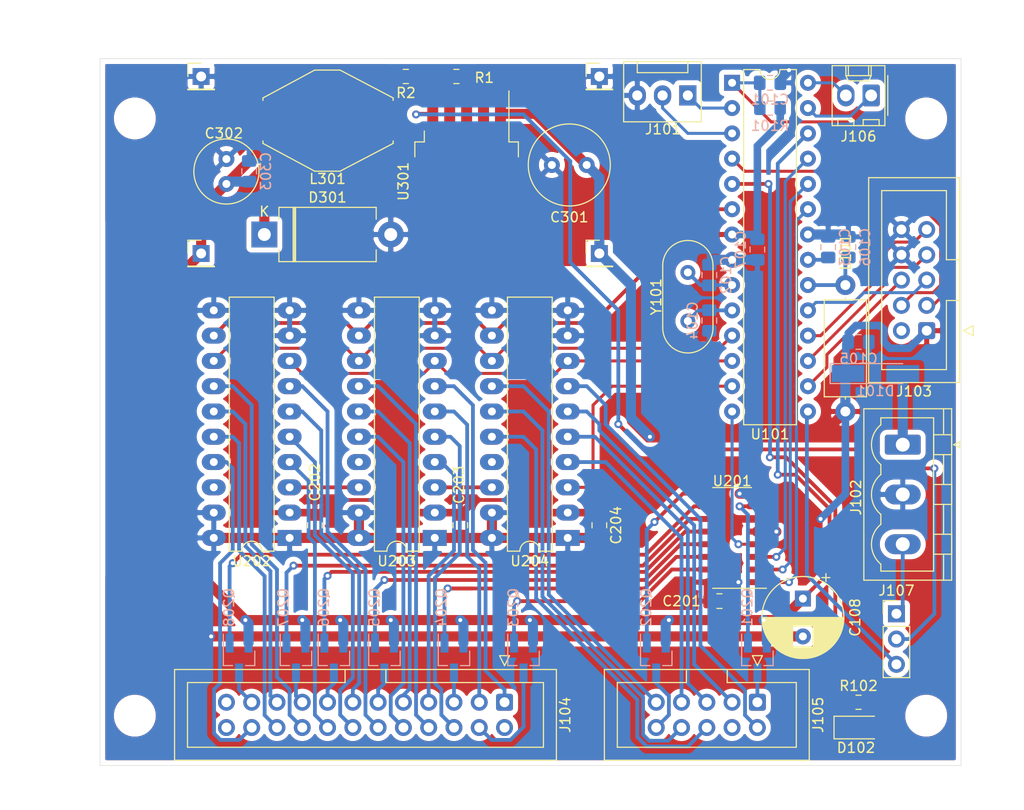
<source format=kicad_pcb>
(kicad_pcb (version 20171130) (host pcbnew 5.1.7-a382d34a8~88~ubuntu18.04.1)
  (layers (0 F.Cu signal) (31 B.Cu signal) (34 B.Paste user) (35 F.Paste user) (36 B.SilkS user) (37 F.SilkS user) (38 B.Mask user) (39 F.Mask user) (44 Edge.Cuts user))
  (net 0 "")
  (net 1 +3V0)
  (net 2 /N1)
  (net 3 /N2)
  (net 4 /N3)
  (net 5 /N4)
  (net 6 /N5)
  (net 7 /N6)
  (net 8 /~STATUS_LED)
  (net 9 /XTAL2)
  (net 10 /XTAL1)
  (net 11 GND)
  (net 12 /AREF)
  (net 13 VCC)
  (net 14 /AVCC)
  (net 15 /SCK)
  (net 16 /MISO)
  (net 17 /TRIGGER)
  (net 18 /MOSI)
  (net 19 /TX)
  (net 20 /~SS)
  (net 21 /RX)
  (net 22 /~RESET)
  (net 23 "Net-(D101-Pad2)")
  (net 24 "Net-(D102-Pad2)")
  (net 25 "Net-(U202-Pad18)")
  (net 26 "Net-(U203-Pad17)")
  (net 27 "Net-(U204-Pad17)")
  (net 28 /D14_K)
  (net 29 /D14_B)
  (net 30 /D14_A)
  (net 31 /D14_F)
  (net 32 /D14_J)
  (net 33 /D14_H)
  (net 34 /D14_G1)
  (net 35 /D14_G2)
  (net 36 /D14_L)
  (net 37 /D14_M)
  (net 38 /D14_N)
  (net 39 /D14_E)
  (net 40 /D14_Dp)
  (net 41 /D14_D)
  (net 42 /D14_C)
  (net 43 /D7_D)
  (net 44 /D7_E)
  (net 45 /D7_C)
  (net 46 /D7_B)
  (net 47 /D7_N1)
  (net 48 /D7_N2)
  (net 49 /D7_F)
  (net 50 /D7_A)
  (net 51 /D7_Dp)
  (net 52 /D7_G)
  (net 53 "Net-(D301-Pad1)")
  (net 54 /I2C_SCL)
  (net 55 /I2C_SDA)
  (net 56 "Net-(R1-Pad1)")
  (net 57 /PWR_ENA_EXT)
  (net 58 "Net-(J107-Pad3)")
  (net 59 /PWR_ENA)
  (net 60 /ADDR2)
  (net 61 /ADDR1)
  (net 62 /ADDR0)
  (net 63 "/Display Control/C10")
  (net 64 "/Display Control/C01")
  (net 65 "/Display Control/F1")
  (net 66 "/Display Control/F2")
  (net 67 "/Display Control/F3")
  (net 68 "/Display Control/F4")
  (net 69 "/Display Control/F5")
  (net 70 "/Display Control/F6")
  (net 71 "Net-(U202-Pad3)")
  (net 72 "Net-(U203-Pad3)")
  (net 73 /SHF_SDA)
  (net 74 /~SHF_CLR)
  (net 75 /SHF_SCK)
  (net 76 /SHF_RCK)
  (net 77 "Net-(J104-Pad2)")
  (net 78 "Net-(J103-Pad2)")
  (net 79 /~MUX_ENA)
  (module Capacitor_SMD:C_0805_2012Metric_Pad1.18x1.45mm_HandSolder (layer B.Cu) (at 66.04 -51.825 270)
    (fp_text reference C107 (at 0 1.68 90) (layer B.SilkS) (effects (justify mirror)))
    (fp_text value 100nF)
    (pad 2 smd roundrect (at 1.0375 0 270) (size 1.175 1.45) (layers B.Cu B.Paste B.Mask) (roundrect_rratio 0.212766) (net 11 GND))
    (pad 1 smd roundrect (at -1.0375 0 270) (size 1.175 1.45) (layers B.Cu B.Paste B.Mask) (roundrect_rratio 0.212766) (net 13 VCC))
  )
  (module Capacitor_SMD:C_0805_2012Metric_Pad1.18x1.45mm_HandSolder (layer B.Cu) (at 75.184 -52.07 90)
    (fp_text reference C106 (at 0 1.68 90) (layer B.SilkS) (effects (justify mirror)))
    (fp_text value 100pF)
    (pad 2 smd roundrect (at 1.0375 0 90) (size 1.175 1.45) (layers B.Cu B.Paste B.Mask) (roundrect_rratio 0.212766) (net 11 GND))
    (pad 1 smd roundrect (at -1.0375 0 90) (size 1.175 1.45) (layers B.Cu B.Paste B.Mask) (roundrect_rratio 0.212766) (net 14 /AVCC))
  )
  (module Capacitor_SMD:C_0805_2012Metric_Pad1.18x1.45mm_HandSolder (layer B.Cu) (at 76.2 -42.545)
    (fp_text reference C105 (at 0 1.68) (layer B.SilkS) (effects (justify mirror)))
    (fp_text value 100pF)
    (pad 2 smd roundrect (at 1.0375 0) (size 1.175 1.45) (layers B.Cu B.Paste B.Mask) (roundrect_rratio 0.212766) (net 11 GND))
    (pad 1 smd roundrect (at -1.0375 0) (size 1.175 1.45) (layers B.Cu B.Paste B.Mask) (roundrect_rratio 0.212766) (net 13 VCC))
  )
  (module Capacitor_SMD:C_0805_2012Metric_Pad1.18x1.45mm_HandSolder (layer B.Cu) (at 61.214 -44.695 270)
    (fp_text reference C104 (at 0 1.68 90) (layer B.SilkS) (effects (justify mirror)))
    (fp_text value 22p)
    (pad 2 smd roundrect (at 1.0375 0 270) (size 1.175 1.45) (layers B.Cu B.Paste B.Mask) (roundrect_rratio 0.212766) (net 11 GND))
    (pad 1 smd roundrect (at -1.0375 0 270) (size 1.175 1.45) (layers B.Cu B.Paste B.Mask) (roundrect_rratio 0.212766) (net 9 /XTAL2))
  )
  (module Capacitor_SMD:C_0805_2012Metric_Pad1.18x1.45mm_HandSolder (layer B.Cu) (at 73.152 -52.07 90)
    (fp_text reference C103 (at 0 1.68 90) (layer B.SilkS) (effects (justify mirror)))
    (fp_text value 10nF)
    (pad 2 smd roundrect (at 1.0375 0 90) (size 1.175 1.45) (layers B.Cu B.Paste B.Mask) (roundrect_rratio 0.212766) (net 11 GND))
    (pad 1 smd roundrect (at -1.0375 0 90) (size 1.175 1.45) (layers B.Cu B.Paste B.Mask) (roundrect_rratio 0.212766) (net 12 /AREF))
  )
  (module Capacitor_SMD:C_0805_2012Metric_Pad1.18x1.45mm_HandSolder (layer B.Cu) (at 61.214 -49.267 90)
    (fp_text reference C102 (at 0 1.68 90) (layer B.SilkS) (effects (justify mirror)))
    (fp_text value 22p)
    (pad 2 smd roundrect (at 1.0375 0 90) (size 1.175 1.45) (layers B.Cu B.Paste B.Mask) (roundrect_rratio 0.212766) (net 11 GND))
    (pad 1 smd roundrect (at -1.0375 0 90) (size 1.175 1.45) (layers B.Cu B.Paste B.Mask) (roundrect_rratio 0.212766) (net 10 /XTAL1))
  )
  (module Capacitor_SMD:C_0805_2012Metric_Pad1.18x1.45mm_HandSolder (layer B.Cu) (at 67.31 -68.58)
    (fp_text reference C101 (at 0 1.68) (layer B.SilkS) (effects (justify mirror)))
    (fp_text value 10nF)
    (pad 2 smd roundrect (at 1.0375 0) (size 1.175 1.45) (layers B.Cu B.Paste B.Mask) (roundrect_rratio 0.212766) (net 11 GND))
    (pad 1 smd roundrect (at -1.0375 0) (size 1.175 1.45) (layers B.Cu B.Paste B.Mask) (roundrect_rratio 0.212766) (net 22 /~RESET))
  )
  (module Package_DIP:DIP-20_W7.62mm_LongPads (layer F.Cu) (at 19.05 -22.86 180)
    (fp_text reference U202 (at 3.81 -2.33) (layer F.SilkS))
    (fp_text value TPIC6595)
    (pad 20 thru_hole oval (at 7.62 0 180) (size 2.4 1.6) (drill 0.8) (layers *.Cu *.Mask) (net 11 GND))
    (pad 10 thru_hole oval (at 0 22.86 180) (size 2.4 1.6) (drill 0.8) (layers *.Cu *.Mask) (net 11 GND))
    (pad 19 thru_hole oval (at 7.62 2.54 180) (size 2.4 1.6) (drill 0.8) (layers *.Cu *.Mask) (net 11 GND))
    (pad 9 thru_hole oval (at 0 20.32 180) (size 2.4 1.6) (drill 0.8) (layers *.Cu *.Mask) (net 11 GND))
    (pad 18 thru_hole oval (at 7.62 5.08 180) (size 2.4 1.6) (drill 0.8) (layers *.Cu *.Mask) (net 25 "Net-(U202-Pad18)"))
    (pad 8 thru_hole oval (at 0 17.78 180) (size 2.4 1.6) (drill 0.8) (layers *.Cu *.Mask) (net 74 /~SHF_CLR))
    (pad 17 thru_hole oval (at 7.62 7.62 180) (size 2.4 1.6) (drill 0.8) (layers *.Cu *.Mask) (net 34 /D14_G1))
    (pad 7 thru_hole oval (at 0 15.24 180) (size 2.4 1.6) (drill 0.8) (layers *.Cu *.Mask) (net 39 /D14_E))
    (pad 16 thru_hole oval (at 7.62 10.16 180) (size 2.4 1.6) (drill 0.8) (layers *.Cu *.Mask) (net 35 /D14_G2))
    (pad 6 thru_hole oval (at 0 12.7 180) (size 2.4 1.6) (drill 0.8) (layers *.Cu *.Mask) (net 29 /D14_B))
    (pad 15 thru_hole oval (at 7.62 12.7 180) (size 2.4 1.6) (drill 0.8) (layers *.Cu *.Mask) (net 28 /D14_K))
    (pad 5 thru_hole oval (at 0 10.16 180) (size 2.4 1.6) (drill 0.8) (layers *.Cu *.Mask) (net 38 /D14_N))
    (pad 14 thru_hole oval (at 7.62 15.24 180) (size 2.4 1.6) (drill 0.8) (layers *.Cu *.Mask) (net 36 /D14_L))
    (pad 4 thru_hole oval (at 0 7.62 180) (size 2.4 1.6) (drill 0.8) (layers *.Cu *.Mask) (net 37 /D14_M))
    (pad 13 thru_hole oval (at 7.62 17.78 180) (size 2.4 1.6) (drill 0.8) (layers *.Cu *.Mask) (net 75 /SHF_SCK))
    (pad 3 thru_hole oval (at 0 5.08 180) (size 2.4 1.6) (drill 0.8) (layers *.Cu *.Mask) (net 71 "Net-(U202-Pad3)"))
    (pad 12 thru_hole oval (at 7.62 20.32 180) (size 2.4 1.6) (drill 0.8) (layers *.Cu *.Mask) (net 76 /SHF_RCK))
    (pad 2 thru_hole oval (at 0 2.54 180) (size 2.4 1.6) (drill 0.8) (layers *.Cu *.Mask) (net 13 VCC))
    (pad 11 thru_hole oval (at 7.62 22.86 180) (size 2.4 1.6) (drill 0.8) (layers *.Cu *.Mask) (net 11 GND))
    (pad 1 thru_hole rect (at 0 0 180) (size 2.4 1.6) (drill 0.8) (layers *.Cu *.Mask) (net 11 GND))
  )
  (module Capacitor_SMD:C_0805_2012Metric_Pad1.18x1.45mm_HandSolder (layer B.Cu) (at 14.986 -59.69 90)
    (fp_text reference C303 (at 0 1.68 90) (layer B.SilkS) (effects (justify mirror)))
    (fp_text value 10nF)
    (pad 1 smd roundrect (at -1.0375 0 90) (size 1.175 1.45) (layers B.Cu B.Paste B.Mask) (roundrect_rratio 0.212766) (net 1 +3V0))
    (pad 2 smd roundrect (at 1.0375 0 90) (size 1.175 1.45) (layers B.Cu B.Paste B.Mask) (roundrect_rratio 0.212766) (net 11 GND))
  )
  (module Capacitor_THT:CP_Radial_D8.0mm_P3.80mm (layer F.Cu) (at 70.612 -16.764 270)
    (fp_text reference C108 (at 1.9 -5.25 90) (layer F.SilkS))
    (fp_text value 2.2uF)
    (pad 2 thru_hole circle (at 3.8 0 270) (size 1.6 1.6) (drill 0.8) (layers *.Cu *.Mask) (net 11 GND))
    (pad 1 thru_hole rect (at 0 0 270) (size 1.6 1.6) (drill 0.8) (layers *.Cu *.Mask) (net 1 +3V0))
  )
  (module Capacitor_SMD:C_0805_2012Metric_Pad1.18x1.45mm_HandSolder (layer F.Cu) (at 50.165 -24.13 270)
    (fp_text reference C204 (at 0 -1.68 90) (layer F.SilkS))
    (fp_text value 100nF)
    (pad 2 smd roundrect (at 1.0375 0 270) (size 1.175 1.45) (layers F.Cu F.Paste F.Mask) (roundrect_rratio 0.212766) (net 11 GND))
    (pad 1 smd roundrect (at -1.0375 0 270) (size 1.175 1.45) (layers F.Cu F.Paste F.Mask) (roundrect_rratio 0.212766) (net 13 VCC))
  )
  (module Capacitor_SMD:C_0805_2012Metric_Pad1.18x1.45mm_HandSolder (layer F.Cu) (at 36.195 -24.13 270)
    (fp_text reference C203 (at -4.064 0.127 90) (layer F.SilkS))
    (fp_text value 100nF)
    (pad 2 smd roundrect (at 1.0375 0 270) (size 1.175 1.45) (layers F.Cu F.Paste F.Mask) (roundrect_rratio 0.212766) (net 11 GND))
    (pad 1 smd roundrect (at -1.0375 0 270) (size 1.175 1.45) (layers F.Cu F.Paste F.Mask) (roundrect_rratio 0.212766) (net 13 VCC))
  )
  (module Capacitor_SMD:C_0805_2012Metric_Pad1.18x1.45mm_HandSolder (layer F.Cu) (at 21.59 -24.13 270)
    (fp_text reference C202 (at -4.318 0 90) (layer F.SilkS))
    (fp_text value 100nF)
    (pad 2 smd roundrect (at 1.0375 0 270) (size 1.175 1.45) (layers F.Cu F.Paste F.Mask) (roundrect_rratio 0.212766) (net 11 GND))
    (pad 1 smd roundrect (at -1.0375 0 270) (size 1.175 1.45) (layers F.Cu F.Paste F.Mask) (roundrect_rratio 0.212766) (net 13 VCC))
  )
  (module Capacitor_SMD:C_0805_2012Metric_Pad1.18x1.45mm_HandSolder (layer F.Cu) (at 62.23 -16.51)
    (fp_text reference C201 (at -3.81 0) (layer F.SilkS))
    (fp_text value 100nF)
    (pad 2 smd roundrect (at 1.0375 0) (size 1.175 1.45) (layers F.Cu F.Paste F.Mask) (roundrect_rratio 0.212766) (net 11 GND))
    (pad 1 smd roundrect (at -1.0375 0) (size 1.175 1.45) (layers F.Cu F.Paste F.Mask) (roundrect_rratio 0.212766) (net 13 VCC))
  )
  (module Package_DIP:DIP-28_W7.62mm (layer F.Cu) (at 63.5 -68.58)
    (fp_text reference U101 (at 3.81 35.306) (layer F.SilkS))
    (fp_text value ATmega8-16PU)
    (pad 28 thru_hole oval (at 7.62 0) (size 1.6 1.6) (drill 0.8) (layers *.Cu *.Mask) (net 54 /I2C_SCL))
    (pad 14 thru_hole oval (at 0 33.02) (size 1.6 1.6) (drill 0.8) (layers *.Cu *.Mask) (net 79 /~MUX_ENA))
    (pad 27 thru_hole oval (at 7.62 2.54) (size 1.6 1.6) (drill 0.8) (layers *.Cu *.Mask) (net 55 /I2C_SDA))
    (pad 13 thru_hole oval (at 0 30.48) (size 1.6 1.6) (drill 0.8) (layers *.Cu *.Mask) (net 73 /SHF_SDA))
    (pad 26 thru_hole oval (at 7.62 5.08) (size 1.6 1.6) (drill 0.8) (layers *.Cu *.Mask) (net 1 +3V0))
    (pad 12 thru_hole oval (at 0 27.94) (size 1.6 1.6) (drill 0.8) (layers *.Cu *.Mask) (net 74 /~SHF_CLR))
    (pad 25 thru_hole oval (at 7.62 7.62) (size 1.6 1.6) (drill 0.8) (layers *.Cu *.Mask) (net 60 /ADDR2))
    (pad 11 thru_hole oval (at 0 25.4) (size 1.6 1.6) (drill 0.8) (layers *.Cu *.Mask) (net 75 /SHF_SCK))
    (pad 24 thru_hole oval (at 7.62 10.16) (size 1.6 1.6) (drill 0.8) (layers *.Cu *.Mask) (net 61 /ADDR1))
    (pad 10 thru_hole oval (at 0 22.86) (size 1.6 1.6) (drill 0.8) (layers *.Cu *.Mask) (net 9 /XTAL2))
    (pad 23 thru_hole oval (at 7.62 12.7) (size 1.6 1.6) (drill 0.8) (layers *.Cu *.Mask) (net 62 /ADDR0))
    (pad 9 thru_hole oval (at 0 20.32) (size 1.6 1.6) (drill 0.8) (layers *.Cu *.Mask) (net 10 /XTAL1))
    (pad 22 thru_hole oval (at 7.62 15.24) (size 1.6 1.6) (drill 0.8) (layers *.Cu *.Mask) (net 11 GND))
    (pad 8 thru_hole oval (at 0 17.78) (size 1.6 1.6) (drill 0.8) (layers *.Cu *.Mask) (net 11 GND))
    (pad 21 thru_hole oval (at 7.62 17.78) (size 1.6 1.6) (drill 0.8) (layers *.Cu *.Mask) (net 12 /AREF))
    (pad 7 thru_hole oval (at 0 15.24) (size 1.6 1.6) (drill 0.8) (layers *.Cu *.Mask) (net 13 VCC))
    (pad 20 thru_hole oval (at 7.62 20.32) (size 1.6 1.6) (drill 0.8) (layers *.Cu *.Mask) (net 14 /AVCC))
    (pad 6 thru_hole oval (at 0 12.7) (size 1.6 1.6) (drill 0.8) (layers *.Cu *.Mask) (net 76 /SHF_RCK))
    (pad 19 thru_hole oval (at 7.62 22.86) (size 1.6 1.6) (drill 0.8) (layers *.Cu *.Mask) (net 15 /SCK))
    (pad 5 thru_hole oval (at 0 10.16) (size 1.6 1.6) (drill 0.8) (layers *.Cu *.Mask) (net 8 /~STATUS_LED))
    (pad 18 thru_hole oval (at 7.62 25.4) (size 1.6 1.6) (drill 0.8) (layers *.Cu *.Mask) (net 16 /MISO))
    (pad 4 thru_hole oval (at 0 7.62) (size 1.6 1.6) (drill 0.8) (layers *.Cu *.Mask) (net 17 /TRIGGER))
    (pad 17 thru_hole oval (at 7.62 27.94) (size 1.6 1.6) (drill 0.8) (layers *.Cu *.Mask) (net 18 /MOSI))
    (pad 3 thru_hole oval (at 0 5.08) (size 1.6 1.6) (drill 0.8) (layers *.Cu *.Mask) (net 19 /TX))
    (pad 16 thru_hole oval (at 7.62 30.48) (size 1.6 1.6) (drill 0.8) (layers *.Cu *.Mask) (net 20 /~SS))
    (pad 2 thru_hole oval (at 0 2.54) (size 1.6 1.6) (drill 0.8) (layers *.Cu *.Mask) (net 21 /RX))
    (pad 15 thru_hole oval (at 7.62 33.02) (size 1.6 1.6) (drill 0.8) (layers *.Cu *.Mask) (net 58 "Net-(J107-Pad3)"))
    (pad 1 thru_hole rect (at 0 0) (size 1.6 1.6) (drill 0.8) (layers *.Cu *.Mask) (net 22 /~RESET))
  )
  (module Package_DIP:DIP-20_W7.62mm_LongPads (layer F.Cu) (at 46.99 -22.86 180)
    (fp_text reference U204 (at 3.81 -2.33) (layer F.SilkS))
    (fp_text value TPIC6595)
    (pad 20 thru_hole oval (at 7.62 0 180) (size 2.4 1.6) (drill 0.8) (layers *.Cu *.Mask) (net 11 GND))
    (pad 10 thru_hole oval (at 0 22.86 180) (size 2.4 1.6) (drill 0.8) (layers *.Cu *.Mask) (net 11 GND))
    (pad 19 thru_hole oval (at 7.62 2.54 180) (size 2.4 1.6) (drill 0.8) (layers *.Cu *.Mask) (net 11 GND))
    (pad 9 thru_hole oval (at 0 20.32 180) (size 2.4 1.6) (drill 0.8) (layers *.Cu *.Mask) (net 11 GND))
    (pad 18 thru_hole oval (at 7.62 5.08 180) (size 2.4 1.6) (drill 0.8) (layers *.Cu *.Mask) (net 72 "Net-(U203-Pad3)"))
    (pad 8 thru_hole oval (at 0 17.78 180) (size 2.4 1.6) (drill 0.8) (layers *.Cu *.Mask) (net 74 /~SHF_CLR))
    (pad 17 thru_hole oval (at 7.62 7.62 180) (size 2.4 1.6) (drill 0.8) (layers *.Cu *.Mask) (net 27 "Net-(U204-Pad17)"))
    (pad 7 thru_hole oval (at 0 15.24 180) (size 2.4 1.6) (drill 0.8) (layers *.Cu *.Mask) (net 52 /D7_G))
    (pad 16 thru_hole oval (at 7.62 10.16 180) (size 2.4 1.6) (drill 0.8) (layers *.Cu *.Mask) (net 50 /D7_A))
    (pad 6 thru_hole oval (at 0 12.7 180) (size 2.4 1.6) (drill 0.8) (layers *.Cu *.Mask) (net 46 /D7_B))
    (pad 15 thru_hole oval (at 7.62 12.7 180) (size 2.4 1.6) (drill 0.8) (layers *.Cu *.Mask) (net 49 /D7_F))
    (pad 5 thru_hole oval (at 0 10.16 180) (size 2.4 1.6) (drill 0.8) (layers *.Cu *.Mask) (net 45 /D7_C))
    (pad 14 thru_hole oval (at 7.62 15.24 180) (size 2.4 1.6) (drill 0.8) (layers *.Cu *.Mask) (net 43 /D7_D))
    (pad 4 thru_hole oval (at 0 7.62 180) (size 2.4 1.6) (drill 0.8) (layers *.Cu *.Mask) (net 44 /D7_E))
    (pad 13 thru_hole oval (at 7.62 17.78 180) (size 2.4 1.6) (drill 0.8) (layers *.Cu *.Mask) (net 75 /SHF_SCK))
    (pad 3 thru_hole oval (at 0 5.08 180) (size 2.4 1.6) (drill 0.8) (layers *.Cu *.Mask) (net 73 /SHF_SDA))
    (pad 12 thru_hole oval (at 7.62 20.32 180) (size 2.4 1.6) (drill 0.8) (layers *.Cu *.Mask) (net 76 /SHF_RCK))
    (pad 2 thru_hole oval (at 0 2.54 180) (size 2.4 1.6) (drill 0.8) (layers *.Cu *.Mask) (net 13 VCC))
    (pad 11 thru_hole oval (at 7.62 22.86 180) (size 2.4 1.6) (drill 0.8) (layers *.Cu *.Mask) (net 11 GND))
    (pad 1 thru_hole rect (at 0 0 180) (size 2.4 1.6) (drill 0.8) (layers *.Cu *.Mask) (net 11 GND))
  )
  (module Package_DIP:DIP-20_W7.62mm_LongPads (layer F.Cu) (at 33.63 -22.86 180)
    (fp_text reference U203 (at 3.81 -2.33) (layer F.SilkS))
    (fp_text value TPIC6595)
    (pad 20 thru_hole oval (at 7.62 0 180) (size 2.4 1.6) (drill 0.8) (layers *.Cu *.Mask) (net 11 GND))
    (pad 10 thru_hole oval (at 0 22.86 180) (size 2.4 1.6) (drill 0.8) (layers *.Cu *.Mask) (net 11 GND))
    (pad 19 thru_hole oval (at 7.62 2.54 180) (size 2.4 1.6) (drill 0.8) (layers *.Cu *.Mask) (net 11 GND))
    (pad 9 thru_hole oval (at 0 20.32 180) (size 2.4 1.6) (drill 0.8) (layers *.Cu *.Mask) (net 11 GND))
    (pad 18 thru_hole oval (at 7.62 5.08 180) (size 2.4 1.6) (drill 0.8) (layers *.Cu *.Mask) (net 71 "Net-(U202-Pad3)"))
    (pad 8 thru_hole oval (at 0 17.78 180) (size 2.4 1.6) (drill 0.8) (layers *.Cu *.Mask) (net 74 /~SHF_CLR))
    (pad 17 thru_hole oval (at 7.62 7.62 180) (size 2.4 1.6) (drill 0.8) (layers *.Cu *.Mask) (net 26 "Net-(U203-Pad17)"))
    (pad 7 thru_hole oval (at 0 15.24 180) (size 2.4 1.6) (drill 0.8) (layers *.Cu *.Mask) (net 33 /D14_H))
    (pad 16 thru_hole oval (at 7.62 10.16 180) (size 2.4 1.6) (drill 0.8) (layers *.Cu *.Mask) (net 40 /D14_Dp))
    (pad 6 thru_hole oval (at 0 12.7 180) (size 2.4 1.6) (drill 0.8) (layers *.Cu *.Mask) (net 32 /D14_J))
    (pad 15 thru_hole oval (at 7.62 12.7 180) (size 2.4 1.6) (drill 0.8) (layers *.Cu *.Mask) (net 30 /D14_A))
    (pad 5 thru_hole oval (at 0 10.16 180) (size 2.4 1.6) (drill 0.8) (layers *.Cu *.Mask) (net 42 /D14_C))
    (pad 14 thru_hole oval (at 7.62 15.24 180) (size 2.4 1.6) (drill 0.8) (layers *.Cu *.Mask) (net 41 /D14_D))
    (pad 4 thru_hole oval (at 0 7.62 180) (size 2.4 1.6) (drill 0.8) (layers *.Cu *.Mask) (net 31 /D14_F))
    (pad 13 thru_hole oval (at 7.62 17.78 180) (size 2.4 1.6) (drill 0.8) (layers *.Cu *.Mask) (net 75 /SHF_SCK))
    (pad 3 thru_hole oval (at 0 5.08 180) (size 2.4 1.6) (drill 0.8) (layers *.Cu *.Mask) (net 72 "Net-(U203-Pad3)"))
    (pad 12 thru_hole oval (at 7.62 20.32 180) (size 2.4 1.6) (drill 0.8) (layers *.Cu *.Mask) (net 76 /SHF_RCK))
    (pad 2 thru_hole oval (at 0 2.54 180) (size 2.4 1.6) (drill 0.8) (layers *.Cu *.Mask) (net 13 VCC))
    (pad 11 thru_hole oval (at 7.62 22.86 180) (size 2.4 1.6) (drill 0.8) (layers *.Cu *.Mask) (net 11 GND))
    (pad 1 thru_hole rect (at 0 0 180) (size 2.4 1.6) (drill 0.8) (layers *.Cu *.Mask) (net 11 GND))
  )
  (module Package_TO_SOT_SMD:SOT-23_Handsoldering (layer B.Cu) (at 42.545 -10.795 270)
    (fp_text reference Q203 (at -5.08 1.016 90) (layer B.SilkS) (effects (justify mirror)))
    (fp_text value TSM2301ACX)
    (pad 3 smd rect (at 1.5 0 270) (size 1.9 0.8) (layers B.Cu B.Paste B.Mask) (net 2 /N1))
    (pad 2 smd rect (at -1.5 -0.95 270) (size 1.9 0.8) (layers B.Cu B.Paste B.Mask) (net 1 +3V0))
    (pad 1 smd rect (at -1.5 0.95 270) (size 1.9 0.8) (layers B.Cu B.Paste B.Mask) (net 65 "/Display Control/F1"))
  )
  (module Package_TO_SOT_SMD:SOT-23_Handsoldering (layer B.Cu) (at 35.56 -10.795 270)
    (fp_text reference Q204 (at -5.08 1.27 90) (layer B.SilkS) (effects (justify mirror)))
    (fp_text value TSM2301ACX)
    (pad 3 smd rect (at 1.5 0 270) (size 1.9 0.8) (layers B.Cu B.Paste B.Mask) (net 3 /N2))
    (pad 2 smd rect (at -1.5 -0.95 270) (size 1.9 0.8) (layers B.Cu B.Paste B.Mask) (net 1 +3V0))
    (pad 1 smd rect (at -1.5 0.95 270) (size 1.9 0.8) (layers B.Cu B.Paste B.Mask) (net 66 "/Display Control/F2"))
  )
  (module Package_TO_SOT_SMD:SOT-23_Handsoldering (layer B.Cu) (at 28.575 -10.795 270)
    (fp_text reference Q205 (at -5.08 1.016 90) (layer B.SilkS) (effects (justify mirror)))
    (fp_text value TSM2301ACX)
    (pad 3 smd rect (at 1.5 0 270) (size 1.9 0.8) (layers B.Cu B.Paste B.Mask) (net 4 /N3))
    (pad 2 smd rect (at -1.5 -0.95 270) (size 1.9 0.8) (layers B.Cu B.Paste B.Mask) (net 1 +3V0))
    (pad 1 smd rect (at -1.5 0.95 270) (size 1.9 0.8) (layers B.Cu B.Paste B.Mask) (net 67 "/Display Control/F3"))
  )
  (module Package_TO_SOT_SMD:SOT-23_Handsoldering (layer B.Cu) (at 13.97 -10.795 270)
    (fp_text reference Q208 (at -5.08 1.016 90) (layer B.SilkS) (effects (justify mirror)))
    (fp_text value TSM2301ACX)
    (pad 3 smd rect (at 1.5 0 270) (size 1.9 0.8) (layers B.Cu B.Paste B.Mask) (net 7 /N6))
    (pad 2 smd rect (at -1.5 -0.95 270) (size 1.9 0.8) (layers B.Cu B.Paste B.Mask) (net 1 +3V0))
    (pad 1 smd rect (at -1.5 0.95 270) (size 1.9 0.8) (layers B.Cu B.Paste B.Mask) (net 70 "/Display Control/F6"))
  )
  (module Package_TO_SOT_SMD:SOT-23_Handsoldering (layer B.Cu) (at 19.685 -10.795 270)
    (fp_text reference Q207 (at -5.08 1.27 90) (layer B.SilkS) (effects (justify mirror)))
    (fp_text value TSM2301ACX)
    (pad 3 smd rect (at 1.5 0 270) (size 1.9 0.8) (layers B.Cu B.Paste B.Mask) (net 6 /N5))
    (pad 2 smd rect (at -1.5 -0.95 270) (size 1.9 0.8) (layers B.Cu B.Paste B.Mask) (net 1 +3V0))
    (pad 1 smd rect (at -1.5 0.95 270) (size 1.9 0.8) (layers B.Cu B.Paste B.Mask) (net 69 "/Display Control/F5"))
  )
  (module Package_TO_SOT_SMD:SOT-23_Handsoldering (layer B.Cu) (at 23.495 -10.795 270)
    (fp_text reference Q206 (at -5.08 1.016 90) (layer B.SilkS) (effects (justify mirror)))
    (fp_text value TSM2301ACX)
    (pad 3 smd rect (at 1.5 0 270) (size 1.9 0.8) (layers B.Cu B.Paste B.Mask) (net 5 /N4))
    (pad 2 smd rect (at -1.5 -0.95 270) (size 1.9 0.8) (layers B.Cu B.Paste B.Mask) (net 1 +3V0))
    (pad 1 smd rect (at -1.5 0.95 270) (size 1.9 0.8) (layers B.Cu B.Paste B.Mask) (net 68 "/Display Control/F4"))
  )
  (module Connector_IDC:IDC-Header_2x05_P2.54mm_Vertical (layer F.Cu) (at 66.04 -6.35 270)
    (fp_text reference J105 (at 1.27 -6.1 90) (layer F.SilkS))
    (fp_text value Channel)
    (pad 10 thru_hole circle (at 2.54 10.16 270) (size 1.7 1.7) (drill 1) (layers *.Cu *.Mask) (net 48 /D7_N2))
    (pad 8 thru_hole circle (at 2.54 7.62 270) (size 1.7 1.7) (drill 1) (layers *.Cu *.Mask) (net 49 /D7_F))
    (pad 6 thru_hole circle (at 2.54 5.08 270) (size 1.7 1.7) (drill 1) (layers *.Cu *.Mask) (net 50 /D7_A))
    (pad 4 thru_hole circle (at 2.54 2.54 270) (size 1.7 1.7) (drill 1) (layers *.Cu *.Mask) (net 51 /D7_Dp))
    (pad 2 thru_hole circle (at 2.54 0 270) (size 1.7 1.7) (drill 1) (layers *.Cu *.Mask) (net 52 /D7_G))
    (pad 9 thru_hole circle (at 0 10.16 270) (size 1.7 1.7) (drill 1) (layers *.Cu *.Mask) (net 43 /D7_D))
    (pad 7 thru_hole circle (at 0 7.62 270) (size 1.7 1.7) (drill 1) (layers *.Cu *.Mask) (net 44 /D7_E))
    (pad 5 thru_hole circle (at 0 5.08 270) (size 1.7 1.7) (drill 1) (layers *.Cu *.Mask) (net 45 /D7_C))
    (pad 3 thru_hole circle (at 0 2.54 270) (size 1.7 1.7) (drill 1) (layers *.Cu *.Mask) (net 46 /D7_B))
    (pad 1 thru_hole roundrect (at 0 0 270) (size 1.7 1.7) (drill 1) (layers *.Cu *.Mask) (roundrect_rratio 0.147059) (net 47 /D7_N1))
  )
  (module Package_SO:SOIC-16_3.9x9.9mm_P1.27mm (layer F.Cu) (at 63.5 -22.86 180)
    (fp_text reference U201 (at 0 5.715) (layer F.SilkS))
    (fp_text value 74HC137)
    (pad 16 smd roundrect (at 2.475 -4.445 180) (size 1.95 0.6) (layers F.Cu F.Paste F.Mask) (net 13 VCC))
    (pad 15 smd roundrect (at 2.475 -3.175 180) (size 1.95 0.6) (layers F.Cu F.Paste F.Mask) (net 65 "/Display Control/F1"))
    (pad 14 smd roundrect (at 2.475 -1.905 180) (size 1.95 0.6) (layers F.Cu F.Paste F.Mask) (net 66 "/Display Control/F2"))
    (pad 13 smd roundrect (at 2.475 -0.635 180) (size 1.95 0.6) (layers F.Cu F.Paste F.Mask) (net 67 "/Display Control/F3"))
    (pad 12 smd roundrect (at 2.475 0.635 180) (size 1.95 0.6) (layers F.Cu F.Paste F.Mask) (net 68 "/Display Control/F4"))
    (pad 11 smd roundrect (at 2.475 1.905 180) (size 1.95 0.6) (layers F.Cu F.Paste F.Mask) (net 69 "/Display Control/F5"))
    (pad 10 smd roundrect (at 2.475 3.175 180) (size 1.95 0.6) (layers F.Cu F.Paste F.Mask) (net 70 "/Display Control/F6"))
    (pad 9 smd roundrect (at 2.475 4.445 180) (size 1.95 0.6) (layers F.Cu F.Paste F.Mask) (net 64 "/Display Control/C01"))
    (pad 8 smd roundrect (at -2.475 4.445 180) (size 1.95 0.6) (layers F.Cu F.Paste F.Mask) (net 11 GND))
    (pad 7 smd roundrect (at -2.475 3.175 180) (size 1.95 0.6) (layers F.Cu F.Paste F.Mask) (net 63 "/Display Control/C10"))
    (pad 6 smd roundrect (at -2.475 1.905 180) (size 1.95 0.6) (layers F.Cu F.Paste F.Mask) (net 13 VCC))
    (pad 5 smd roundrect (at -2.475 0.635 180) (size 1.95 0.6) (layers F.Cu F.Paste F.Mask) (net 11 GND))
    (pad 4 smd roundrect (at -2.475 -0.635 180) (size 1.95 0.6) (layers F.Cu F.Paste F.Mask) (net 79 /~MUX_ENA))
    (pad 3 smd roundrect (at -2.475 -1.905 180) (size 1.95 0.6) (layers F.Cu F.Paste F.Mask) (net 60 /ADDR2))
    (pad 2 smd roundrect (at -2.475 -3.175 180) (size 1.95 0.6) (layers F.Cu F.Paste F.Mask) (net 61 /ADDR1))
    (pad 1 smd roundrect (at -2.475 -4.445 180) (size 1.95 0.6) (layers F.Cu F.Paste F.Mask) (net 62 /ADDR0))
  )
  (module Connector_PinHeader_2.54mm:PinHeader_1x03_P2.54mm_Vertical (layer F.Cu) (at 80.01 -15.24)
    (fp_text reference J107 (at 0 -2.33) (layer F.SilkS))
    (fp_text value "Power Control Select")
    (pad 3 thru_hole oval (at 0 5.08) (size 1.7 1.7) (drill 1) (layers *.Cu *.Mask) (net 58 "Net-(J107-Pad3)"))
    (pad 2 thru_hole oval (at 0 2.54) (size 1.7 1.7) (drill 1) (layers *.Cu *.Mask) (net 59 /PWR_ENA))
    (pad 1 thru_hole rect (at 0 0) (size 1.7 1.7) (drill 1) (layers *.Cu *.Mask) (net 57 /PWR_ENA_EXT))
  )
  (module Package_TO_SOT_SMD:SOT-23_Handsoldering (layer B.Cu) (at 55.88 -10.795 270)
    (fp_text reference Q202 (at -5.08 1.016 90) (layer B.SilkS) (effects (justify mirror)))
    (fp_text value TSM2301ACX)
    (pad 3 smd rect (at 1.5 0 270) (size 1.9 0.8) (layers B.Cu B.Paste B.Mask) (net 48 /D7_N2))
    (pad 2 smd rect (at -1.5 -0.95 270) (size 1.9 0.8) (layers B.Cu B.Paste B.Mask) (net 1 +3V0))
    (pad 1 smd rect (at -1.5 0.95 270) (size 1.9 0.8) (layers B.Cu B.Paste B.Mask) (net 64 "/Display Control/C01"))
  )
  (module Package_TO_SOT_SMD:SOT-23_Handsoldering (layer B.Cu) (at 66.04 -10.795 270)
    (fp_text reference Q201 (at -5.08 1.016 270) (layer B.SilkS) (effects (justify mirror)))
    (fp_text value TSM2301ACX)
    (pad 3 smd rect (at 1.5 0 270) (size 1.9 0.8) (layers B.Cu B.Paste B.Mask) (net 47 /D7_N1))
    (pad 2 smd rect (at -1.5 -0.95 270) (size 1.9 0.8) (layers B.Cu B.Paste B.Mask) (net 1 +3V0))
    (pad 1 smd rect (at -1.5 0.95 270) (size 1.9 0.8) (layers B.Cu B.Paste B.Mask) (net 63 "/Display Control/C10"))
  )
  (module Connector_Phoenix_MSTB:PhoenixContact_MSTBVA_2,5_3-G_1x03_P5.00mm_Vertical (layer F.Cu) (at 80.645 -32.225 270)
    (fp_text reference J102 (at 5.301 4.699 90) (layer F.SilkS))
    (fp_text value Power)
    (pad 3 thru_hole oval (at 10 0 270) (size 2 3.6) (drill 1.4) (layers *.Cu *.Mask) (net 57 /PWR_ENA_EXT))
    (pad 2 thru_hole oval (at 5 0 270) (size 2 3.6) (drill 1.4) (layers *.Cu *.Mask) (net 11 GND))
    (pad 1 thru_hole roundrect (at 0 0 270) (size 2 3.6) (drill 1.4) (layers *.Cu *.Mask) (roundrect_rratio 0.125) (net 23 "Net-(D101-Pad2)"))
  )
  (module Inductor_THT:L_Axial_L9.5mm_D4.0mm_P12.70mm_Horizontal_Fastron_SMCC (layer F.Cu) (at 74.88 -48.26 270)
    (fp_text reference L101 (at -3.302 -0.05 90) (layer F.SilkS))
    (fp_text value 10uH)
    (pad 2 thru_hole oval (at 12.7 0 270) (size 2 2) (drill 1) (layers *.Cu *.Mask) (net 13 VCC))
    (pad 1 thru_hole circle (at 0 0 270) (size 2 2) (drill 1) (layers *.Cu *.Mask) (net 14 /AVCC))
  )
  (module Package_TO_SOT_SMD:TO-263-5_TabPin3 (layer F.Cu) (at 36.83 -59.69 270)
    (fp_text reference U301 (at 1.016 6.35 90) (layer F.SilkS))
    (fp_text value LM2596S-ADJ)
    (pad 1 smd rect (at -5.775 -3.4 270) (size 4.6 1.1) (layers F.Cu F.Paste F.Mask) (net 13 VCC))
    (pad 2 smd rect (at -5.775 -1.7 270) (size 4.6 1.1) (layers F.Cu F.Paste F.Mask) (net 53 "Net-(D301-Pad1)"))
    (pad 3 smd rect (at -5.775 0 270) (size 4.6 1.1) (layers F.Cu F.Paste F.Mask) (net 11 GND))
    (pad 4 smd rect (at -5.775 1.7 270) (size 4.6 1.1) (layers F.Cu F.Paste F.Mask) (net 56 "Net-(R1-Pad1)"))
    (pad 5 smd rect (at -5.775 3.4 270) (size 4.6 1.1) (layers F.Cu F.Paste F.Mask) (net 59 /PWR_ENA))
    (pad 3 smd rect (at 3.375 0 270) (size 9.4 10.8) (layers F.Cu F.Mask) (net 11 GND))
  )
  (module Resistor_SMD:R_0805_2012Metric_Pad1.15x1.40mm_HandSolder (layer F.Cu) (at 30.725 -69.215)
    (fp_text reference R2 (at 0.009 1.651) (layer F.SilkS))
    (fp_text value 4k7)
    (pad 2 smd roundrect (at 1.025 0) (size 1.15 1.4) (layers F.Cu F.Paste F.Mask) (roundrect_rratio 0.217391) (net 56 "Net-(R1-Pad1)"))
    (pad 1 smd roundrect (at -1.025 0) (size 1.15 1.4) (layers F.Cu F.Paste F.Mask) (roundrect_rratio 0.217391) (net 1 +3V0))
  )
  (module Resistor_SMD:R_0805_2012Metric_Pad1.15x1.40mm_HandSolder (layer F.Cu) (at 35.805 -69.215)
    (fp_text reference R1 (at 2.803 0.127) (layer F.SilkS))
    (fp_text value 3k3)
    (pad 2 smd roundrect (at 1.025 0) (size 1.15 1.4) (layers F.Cu F.Paste F.Mask) (roundrect_rratio 0.217391) (net 11 GND))
    (pad 1 smd roundrect (at -1.025 0) (size 1.15 1.4) (layers F.Cu F.Paste F.Mask) (roundrect_rratio 0.217391) (net 56 "Net-(R1-Pad1)"))
  )
  (module Inductor_SMD:L_Fastron_PISN_Handsoldering (layer F.Cu) (at 22.86 -64.77)
    (fp_text reference L301 (at 0 5.842) (layer F.SilkS))
    (fp_text value 47uH)
    (pad 1 smd rect (at 5.67 -0.01) (size 4 3) (layers F.Cu F.Paste F.Mask) (net 53 "Net-(D301-Pad1)"))
    (pad 2 smd rect (at -5.67 0.01) (size 4 3) (layers F.Cu F.Paste F.Mask) (net 1 +3V0))
  )
  (module Connector_PinHeader_2.54mm:PinHeader_1x01_P2.54mm_Vertical (layer F.Cu) (at 10.16 -69.215)
    (fp_text reference J304 hide)
    (fp_text value PWR_OUT_GND hide)
    (pad 1 thru_hole rect (at 0 0) (size 1.7 1.7) (drill 1) (layers *.Cu *.Mask) (net 11 GND))
  )
  (module Connector_PinHeader_2.54mm:PinHeader_1x01_P2.54mm_Vertical (layer F.Cu) (at 10.16 -51.435)
    (fp_text reference J303 hide)
    (fp_text value PWR_OUT_P hide)
    (pad 1 thru_hole rect (at 0 0) (size 1.7 1.7) (drill 1) (layers *.Cu *.Mask) (net 1 +3V0))
  )
  (module Connector_PinHeader_2.54mm:PinHeader_1x01_P2.54mm_Vertical (layer F.Cu) (at 50.165 -69.215)
    (fp_text reference J302 hide)
    (fp_text value PWR_IN_GND hide)
    (pad 1 thru_hole rect (at 0 0) (size 1.7 1.7) (drill 1) (layers *.Cu *.Mask) (net 11 GND))
  )
  (module Connector_PinHeader_2.54mm:PinHeader_1x01_P2.54mm_Vertical (layer F.Cu) (at 50.165 -51.435)
    (fp_text reference J301 hide)
    (fp_text value PWR_IN_P hide)
    (pad 1 thru_hole rect (at 0 0) (size 1.7 1.7) (drill 1) (layers *.Cu *.Mask) (net 13 VCC))
  )
  (module Connector_Molex:Molex_KK-254_AE-6410-02A_1x02_P2.54mm_Vertical (layer F.Cu) (at 77.47 -67.31 180)
    (fp_text reference J106 (at 1.27 -4.12) (layer F.SilkS))
    (fp_text value I2C)
    (pad 2 thru_hole oval (at 2.54 0 180) (size 1.74 2.19) (drill 1.19) (layers *.Cu *.Mask) (net 54 /I2C_SCL))
    (pad 1 thru_hole roundrect (at 0 0 180) (size 1.74 2.19) (drill 1.19) (layers *.Cu *.Mask) (roundrect_rratio 0.143678) (net 55 /I2C_SDA))
  )
  (module Diode_THT:D_DO-201_P12.70mm_Horizontal (layer F.Cu) (at 16.51 -53.34)
    (fp_text reference D301 (at 6.35 -3.725) (layer F.SilkS))
    (fp_text value 1N5825)
    (fp_text user K (at 0 -2.3) (layer F.SilkS))
    (pad 2 thru_hole oval (at 12.7 0) (size 2.6 2.6) (drill 1.3) (layers *.Cu *.Mask) (net 11 GND))
    (pad 1 thru_hole rect (at 0 0) (size 2.6 2.6) (drill 1.3) (layers *.Cu *.Mask) (net 53 "Net-(D301-Pad1)"))
  )
  (module Capacitor_THT:C_Radial_D6.3mm_H5.0mm_P2.50mm (layer F.Cu) (at 12.7 -58.42 90)
    (fp_text reference C302 (at 5.08 -0.254 180) (layer F.SilkS))
    (fp_text value 220uF)
    (pad 2 thru_hole circle (at 2.5 0 90) (size 1.6 1.6) (drill 0.8) (layers *.Cu *.Mask) (net 11 GND))
    (pad 1 thru_hole circle (at 0 0 90) (size 1.6 1.6) (drill 0.8) (layers *.Cu *.Mask) (net 1 +3V0))
  )
  (module Capacitor_THT:C_Radial_D8.0mm_H7.0mm_P3.50mm (layer F.Cu) (at 48.895 -60.325 180)
    (fp_text reference C301 (at 1.75 -5.25) (layer F.SilkS))
    (fp_text value 470uF)
    (pad 2 thru_hole circle (at 3.5 0 180) (size 1.6 1.6) (drill 0.8) (layers *.Cu *.Mask) (net 11 GND))
    (pad 1 thru_hole circle (at 0 0 180) (size 1.6 1.6) (drill 0.8) (layers *.Cu *.Mask) (net 13 VCC))
  )
  (module Connector_IDC:IDC-Header_2x12_P2.54mm_Vertical (layer F.Cu) (at 40.64 -6.35 270)
    (fp_text reference J104 (at 1.27 -6.1 90) (layer F.SilkS))
    (fp_text value Frequency)
    (pad 1 thru_hole roundrect (at 0 0 270) (size 1.7 1.7) (drill 1) (layers *.Cu *.Mask) (roundrect_rratio 0.147059) (net 33 /D14_H))
    (pad 3 thru_hole circle (at 0 2.54 270) (size 1.7 1.7) (drill 1) (layers *.Cu *.Mask) (net 32 /D14_J))
    (pad 5 thru_hole circle (at 0 5.08 270) (size 1.7 1.7) (drill 1) (layers *.Cu *.Mask) (net 3 /N2))
    (pad 7 thru_hole circle (at 0 7.62 270) (size 1.7 1.7) (drill 1) (layers *.Cu *.Mask) (net 31 /D14_F))
    (pad 9 thru_hole circle (at 0 10.16 270) (size 1.7 1.7) (drill 1) (layers *.Cu *.Mask) (net 30 /D14_A))
    (pad 11 thru_hole circle (at 0 12.7 270) (size 1.7 1.7) (drill 1) (layers *.Cu *.Mask) (net 4 /N3))
    (pad 13 thru_hole circle (at 0 15.24 270) (size 1.7 1.7) (drill 1) (layers *.Cu *.Mask) (net 29 /D14_B))
    (pad 15 thru_hole circle (at 0 17.78 270) (size 1.7 1.7) (drill 1) (layers *.Cu *.Mask) (net 5 /N4))
    (pad 17 thru_hole circle (at 0 20.32 270) (size 1.7 1.7) (drill 1) (layers *.Cu *.Mask) (net 6 /N5))
    (pad 19 thru_hole circle (at 0 22.86 270) (size 1.7 1.7) (drill 1) (layers *.Cu *.Mask) (net 28 /D14_K))
    (pad 21 thru_hole circle (at 0 25.4 270) (size 1.7 1.7) (drill 1) (layers *.Cu *.Mask) (net 7 /N6))
    (pad 23 thru_hole circle (at 0 27.94 270) (size 1.7 1.7) (drill 1) (layers *.Cu *.Mask))
    (pad 2 thru_hole circle (at 2.54 0 270) (size 1.7 1.7) (drill 1) (layers *.Cu *.Mask) (net 77 "Net-(J104-Pad2)"))
    (pad 4 thru_hole circle (at 2.54 2.54 270) (size 1.7 1.7) (drill 1) (layers *.Cu *.Mask) (net 2 /N1))
    (pad 6 thru_hole circle (at 2.54 5.08 270) (size 1.7 1.7) (drill 1) (layers *.Cu *.Mask) (net 42 /D14_C))
    (pad 8 thru_hole circle (at 2.54 7.62 270) (size 1.7 1.7) (drill 1) (layers *.Cu *.Mask) (net 41 /D14_D))
    (pad 10 thru_hole circle (at 2.54 10.16 270) (size 1.7 1.7) (drill 1) (layers *.Cu *.Mask) (net 40 /D14_Dp))
    (pad 12 thru_hole circle (at 2.54 12.7 270) (size 1.7 1.7) (drill 1) (layers *.Cu *.Mask) (net 39 /D14_E))
    (pad 14 thru_hole circle (at 2.54 15.24 270) (size 1.7 1.7) (drill 1) (layers *.Cu *.Mask) (net 38 /D14_N))
    (pad 16 thru_hole circle (at 2.54 17.78 270) (size 1.7 1.7) (drill 1) (layers *.Cu *.Mask) (net 37 /D14_M))
    (pad 18 thru_hole circle (at 2.54 20.32 270) (size 1.7 1.7) (drill 1) (layers *.Cu *.Mask) (net 36 /D14_L))
    (pad 20 thru_hole circle (at 2.54 22.86 270) (size 1.7 1.7) (drill 1) (layers *.Cu *.Mask) (net 35 /D14_G2))
    (pad 22 thru_hole circle (at 2.54 25.4 270) (size 1.7 1.7) (drill 1) (layers *.Cu *.Mask) (net 34 /D14_G1))
    (pad 24 thru_hole circle (at 2.54 27.94 270) (size 1.7 1.7) (drill 1) (layers *.Cu *.Mask))
  )
  (module Crystal:Crystal_HC49-U_Vertical (layer F.Cu) (at 59.055 -49.53 270)
    (fp_text reference Y101 (at 2.44 3.175 90) (layer F.SilkS))
    (fp_text value "16 MHz")
    (pad 2 thru_hole circle (at 4.88 0 270) (size 1.5 1.5) (drill 0.8) (layers *.Cu *.Mask) (net 9 /XTAL2))
    (pad 1 thru_hole circle (at 0 0 270) (size 1.5 1.5) (drill 0.8) (layers *.Cu *.Mask) (net 10 /XTAL1))
  )
  (module Resistor_SMD:R_0805_2012Metric_Pad1.15x1.40mm_HandSolder (layer F.Cu) (at 76.2 -6.35)
    (fp_text reference R102 (at 0 -1.65) (layer F.SilkS))
    (fp_text value 470R)
    (pad 2 smd roundrect (at 1.025 0) (size 1.15 1.4) (layers F.Cu F.Paste F.Mask) (roundrect_rratio 0.217391) (net 24 "Net-(D102-Pad2)"))
    (pad 1 smd roundrect (at -1.025 0) (size 1.15 1.4) (layers F.Cu F.Paste F.Mask) (roundrect_rratio 0.217391) (net 13 VCC))
  )
  (module Resistor_SMD:R_0805_2012Metric_Pad1.15x1.40mm_HandSolder (layer B.Cu) (at 67.31 -66.04 180)
    (fp_text reference R101 (at 0 -1.778 180) (layer B.SilkS) (effects (justify mirror)))
    (fp_text value 8k2)
    (pad 2 smd roundrect (at 1.025 0 180) (size 1.15 1.4) (layers B.Cu B.Paste B.Mask) (roundrect_rratio 0.217391) (net 22 /~RESET))
    (pad 1 smd roundrect (at -1.025 0 180) (size 1.15 1.4) (layers B.Cu B.Paste B.Mask) (roundrect_rratio 0.217391) (net 13 VCC))
  )
  (module Connector_IDC:IDC-Header_2x05_P2.54mm_Vertical (layer F.Cu) (at 83.05 -43.68 180)
    (fp_text reference J103 (at 1.27 -6.1) (layer F.SilkS))
    (fp_text value COMM)
    (pad 1 thru_hole roundrect (at 0 0 180) (size 1.7 1.7) (drill 1) (layers *.Cu *.Mask) (roundrect_rratio 0.147059) (net 13 VCC))
    (pad 3 thru_hole circle (at 0 2.54 180) (size 1.7 1.7) (drill 1) (layers *.Cu *.Mask) (net 22 /~RESET))
    (pad 5 thru_hole circle (at 0 5.08 180) (size 1.7 1.7) (drill 1) (layers *.Cu *.Mask) (net 15 /SCK))
    (pad 7 thru_hole circle (at 0 7.62 180) (size 1.7 1.7) (drill 1) (layers *.Cu *.Mask) (net 18 /MOSI))
    (pad 9 thru_hole circle (at 0 10.16 180) (size 1.7 1.7) (drill 1) (layers *.Cu *.Mask) (net 16 /MISO))
    (pad 2 thru_hole circle (at 2.54 0 180) (size 1.7 1.7) (drill 1) (layers *.Cu *.Mask) (net 78 "Net-(J103-Pad2)"))
    (pad 4 thru_hole circle (at 2.54 2.54 180) (size 1.7 1.7) (drill 1) (layers *.Cu *.Mask) (net 17 /TRIGGER))
    (pad 6 thru_hole circle (at 2.54 5.08 180) (size 1.7 1.7) (drill 1) (layers *.Cu *.Mask) (net 20 /~SS))
    (pad 8 thru_hole circle (at 2.54 7.62 180) (size 1.7 1.7) (drill 1) (layers *.Cu *.Mask) (net 11 GND))
    (pad 10 thru_hole circle (at 2.54 10.16 180) (size 1.7 1.7) (drill 1) (layers *.Cu *.Mask) (net 11 GND))
  )
  (module Connector:FanPinHeader_1x03_P2.54mm_Vertical (layer F.Cu) (at 59.055 -67.31 180)
    (fp_text reference J101 (at 2.5 -3.4) (layer F.SilkS))
    (fp_text value UART)
    (pad 3 thru_hole oval (at 5.08 0 270) (size 2.03 1.73) (drill 1.02) (layers *.Cu *.Mask) (net 11 GND))
    (pad 2 thru_hole oval (at 2.54 0 270) (size 2.03 1.73) (drill 1.02) (layers *.Cu *.Mask) (net 19 /TX))
    (pad 1 thru_hole rect (at 0 0 270) (size 2.03 1.73) (drill 1.02) (layers *.Cu *.Mask) (net 21 /RX))
  )
  (module MountingHole:MountingHole_3.2mm_M3 (layer F.Cu) (at 83 -5)
    (fp_text reference H104 hide)
    (fp_text value MountingHole hide)
    (pad 1 np_thru_hole circle (at 0 0) (size 3.2 3.2) (drill 3.2) (layers *.Cu *.Mask))
  )
  (module MountingHole:MountingHole_3.2mm_M3 (layer F.Cu) (at 3.5 -65)
    (fp_text reference H103 hide)
    (fp_text value MountingHole hide)
    (pad 1 np_thru_hole circle (at 0 0) (size 3.2 3.2) (drill 3.2) (layers *.Cu *.Mask))
  )
  (module MountingHole:MountingHole_3.2mm_M3 (layer F.Cu) (at 83 -65)
    (fp_text reference H102 hide)
    (fp_text value MountingHole hide)
    (pad 1 np_thru_hole circle (at 0 0) (size 3.2 3.2) (drill 3.2) (layers *.Cu *.Mask))
  )
  (module MountingHole:MountingHole_3.2mm_M3 (layer F.Cu) (at 3.5 -5)
    (fp_text reference H101 hide)
    (fp_text value MountingHole hide)
    (pad 1 np_thru_hole circle (at 0 0) (size 3.2 3.2) (drill 3.2) (layers *.Cu *.Mask))
  )
  (module LED_SMD:LED_1206_3216Metric_Pad1.42x1.75mm_HandSolder (layer F.Cu) (at 76.2 -3.81)
    (fp_text reference D102 (at -0.254 2.032) (layer F.SilkS))
    (fp_text value "Green LED")
    (pad 2 smd roundrect (at 1.4875 0) (size 1.425 1.75) (layers F.Cu F.Paste F.Mask) (roundrect_rratio 0.175439) (net 24 "Net-(D102-Pad2)"))
    (pad 1 smd roundrect (at -1.4875 0) (size 1.425 1.75) (layers F.Cu F.Paste F.Mask) (roundrect_rratio 0.175439) (net 8 /~STATUS_LED))
  )
  (module Diode_SMD:D_MiniMELF_Handsoldering (layer B.Cu) (at 77.895 -39.37)
    (fp_text reference D101 (at 0 1.75) (layer B.SilkS) (effects (justify mirror)))
    (fp_text value "2A SMD Fuse")
    (pad 2 smd rect (at 2.75 0) (size 3.3 1.7) (layers B.Cu B.Paste B.Mask) (net 23 "Net-(D101-Pad2)"))
    (pad 1 smd rect (at -2.75 0) (size 3.3 1.7) (layers B.Cu B.Paste B.Mask) (net 13 VCC))
  )
  (gr_text "UHF INDICATION BOARD REV 2" (at 2.54 -36.83 270) (layer F.Cu) (effects (font (size 1.5 1.5) (thickness 0.3))))
  (gr_line (start 86.5 0) (end 0 0) (layer Edge.Cuts) (width 0.05))
  (gr_line (start 86.5 -71) (end 86.5 0) (layer Edge.Cuts) (width 0.05))
  (gr_line (start 0 -71) (end 86.5 -71) (layer Edge.Cuts) (width 0.05))
  (gr_line (start 0 -71) (end 0 0) (layer Edge.Cuts) (width 0.05))
  (segment (start 10.16 -55.88) (end 12.7 -58.42) (width 1.016) (layer F.Cu) (net 1))
  (segment (start 10.16 -51.435) (end 10.16 -55.88) (width 1.016) (layer F.Cu) (net 1))
  (segment (start 17.19 -62.91) (end 17.19 -64.76) (width 1.016) (layer F.Cu) (net 1))
  (segment (start 12.7 -58.42) (end 17.19 -62.91) (width 1.016) (layer F.Cu) (net 1))
  (via (at 57.15 -14.605) (size 0.8) (drill 0.4) (layers F.Cu B.Cu) (net 1))
  (segment (start 56.83 -14.285) (end 57.15 -14.605) (width 1.016) (layer B.Cu) (net 1))
  (segment (start 56.83 -12.295) (end 56.83 -14.285) (width 1.016) (layer B.Cu) (net 1))
  (segment (start 57.15 -14.605) (end 66.675 -14.605) (width 1.016) (layer F.Cu) (net 1))
  (via (at 66.675 -14.605) (size 0.8) (drill 0.4) (layers F.Cu B.Cu) (net 1))
  (segment (start 66.99 -12.295) (end 66.99 -14.29) (width 1.016) (layer B.Cu) (net 1))
  (segment (start 66.99 -14.29) (end 66.675 -14.605) (width 1.016) (layer B.Cu) (net 1))
  (segment (start 68.08797 -60.46797) (end 68.08797 -29.21) (width 0.381) (layer B.Cu) (net 1))
  (via (at 68.08797 -29.21) (size 0.8) (drill 0.4) (layers F.Cu B.Cu) (net 1))
  (segment (start 71.12 -63.5) (end 68.08797 -60.46797) (width 0.381) (layer B.Cu) (net 1))
  (segment (start 6.985 -22.225) (end 14.605 -14.605) (width 1.016) (layer F.Cu) (net 1))
  (segment (start 14.92 -14.29) (end 14.605 -14.605) (width 1.016) (layer B.Cu) (net 1))
  (segment (start 10.16 -51.435) (end 6.985 -48.26) (width 1.016) (layer F.Cu) (net 1))
  (segment (start 6.985 -48.26) (end 6.985 -22.225) (width 1.016) (layer F.Cu) (net 1))
  (via (at 14.605 -14.605) (size 0.8) (drill 0.4) (layers F.Cu B.Cu) (net 1))
  (segment (start 14.92 -12.295) (end 14.92 -14.29) (width 1.016) (layer B.Cu) (net 1))
  (segment (start 21.645 -69.215) (end 17.19 -64.76) (width 0.381) (layer F.Cu) (net 1))
  (segment (start 29.7 -69.215) (end 21.645 -69.215) (width 0.381) (layer F.Cu) (net 1))
  (segment (start 68.453 -14.605) (end 70.612 -16.764) (width 1.016) (layer F.Cu) (net 1))
  (segment (start 66.675 -14.605) (end 68.453 -14.605) (width 1.016) (layer F.Cu) (net 1))
  (segment (start 12.9325 -58.6525) (end 12.7 -58.42) (width 1.016) (layer B.Cu) (net 1))
  (segment (start 14.986 -58.6525) (end 12.9325 -58.6525) (width 1.016) (layer B.Cu) (net 1))
  (segment (start 69.850702 -29.21) (end 68.08797 -29.21) (width 0.381) (layer F.Cu) (net 1))
  (segment (start 70.612 -16.764) (end 73.288535 -19.440535) (width 0.381) (layer F.Cu) (net 1))
  (segment (start 73.288535 -25.772167) (end 69.850702 -29.21) (width 0.381) (layer F.Cu) (net 1))
  (segment (start 73.288535 -19.440535) (end 73.288535 -25.772167) (width 0.381) (layer F.Cu) (net 1))
  (segment (start 20.635 -14.29) (end 20.32 -14.605) (width 1.016) (layer B.Cu) (net 1))
  (segment (start 14.605 -14.605) (end 20.32 -14.605) (width 1.016) (layer F.Cu) (net 1))
  (segment (start 20.635 -12.295) (end 20.635 -14.29) (width 1.016) (layer B.Cu) (net 1))
  (via (at 20.32 -14.605) (size 0.8) (drill 0.4) (layers F.Cu B.Cu) (net 1))
  (via (at 24.13 -14.605) (size 0.8) (drill 0.4) (layers F.Cu B.Cu) (net 1))
  (segment (start 24.445 -12.295) (end 24.445 -14.29) (width 1.016) (layer B.Cu) (net 1))
  (segment (start 24.445 -14.29) (end 24.13 -14.605) (width 1.016) (layer B.Cu) (net 1))
  (segment (start 20.32 -14.605) (end 24.13 -14.605) (width 1.016) (layer F.Cu) (net 1))
  (segment (start 24.13 -14.605) (end 29.21 -14.605) (width 1.016) (layer F.Cu) (net 1))
  (via (at 29.21 -14.605) (size 0.8) (drill 0.4) (layers F.Cu B.Cu) (net 1))
  (segment (start 29.525 -14.29) (end 29.21 -14.605) (width 1.016) (layer B.Cu) (net 1))
  (segment (start 29.525 -12.295) (end 29.525 -14.29) (width 1.016) (layer B.Cu) (net 1))
  (segment (start 29.21 -14.605) (end 36.195 -14.605) (width 1.016) (layer F.Cu) (net 1))
  (segment (start 36.51 -12.295) (end 36.51 -14.29) (width 1.016) (layer B.Cu) (net 1))
  (segment (start 57.15 -14.605) (end 36.195 -14.605) (width 1.016) (layer F.Cu) (net 1))
  (segment (start 36.51 -14.29) (end 36.195 -14.605) (width 1.016) (layer B.Cu) (net 1))
  (via (at 36.195 -14.605) (size 0.8) (drill 0.4) (layers F.Cu B.Cu) (net 1))
  (segment (start 43.495 -14.29) (end 43.18 -14.605) (width 1.016) (layer B.Cu) (net 1))
  (via (at 43.18 -14.605) (size 0.8) (drill 0.4) (layers F.Cu B.Cu) (net 1))
  (segment (start 43.495 -12.295) (end 43.495 -14.29) (width 1.016) (layer B.Cu) (net 1))
  (segment (start 41.235441 -2.569499) (end 42.545 -3.879058) (width 0.381) (layer B.Cu) (net 2))
  (segment (start 38.1 -3.81) (end 39.340501 -2.569499) (width 0.381) (layer B.Cu) (net 2))
  (segment (start 42.545 -3.879058) (end 42.545 -9.295) (width 0.381) (layer B.Cu) (net 2))
  (segment (start 39.340501 -2.569499) (end 41.235441 -2.569499) (width 0.381) (layer B.Cu) (net 2))
  (segment (start 35.56 -6.35) (end 35.56 -9.295) (width 0.381) (layer B.Cu) (net 3))
  (segment (start 28.575 -8.255) (end 28.575 -9.295) (width 0.381) (layer B.Cu) (net 4))
  (segment (start 27.94 -6.35) (end 27.94 -7.62) (width 0.381) (layer B.Cu) (net 4))
  (segment (start 27.94 -7.62) (end 28.575 -8.255) (width 0.381) (layer B.Cu) (net 4))
  (segment (start 22.86 -7.62) (end 22.86 -6.35) (width 0.381) (layer B.Cu) (net 5))
  (segment (start 23.495 -9.295) (end 23.495 -8.255) (width 0.381) (layer B.Cu) (net 5))
  (segment (start 23.495 -8.255) (end 22.86 -7.62) (width 0.381) (layer B.Cu) (net 5))
  (segment (start 19.685 -6.985) (end 19.685 -9.295) (width 0.381) (layer B.Cu) (net 6))
  (segment (start 20.32 -6.35) (end 19.685 -6.985) (width 0.381) (layer B.Cu) (net 6))
  (segment (start 13.97 -7.62) (end 15.24 -6.35) (width 0.381) (layer B.Cu) (net 7))
  (segment (start 13.97 -9.295) (end 13.97 -7.62) (width 0.381) (layer B.Cu) (net 7))
  (segment (start 63.5 -58.42) (end 67.15449 -58.42) (width 0.381) (layer F.Cu) (net 8))
  (via (at 67.15449 -58.42) (size 0.8) (drill 0.4) (layers F.Cu B.Cu) (net 8))
  (via (at 67.29746 -30.95949) (size 0.8) (drill 0.4) (layers F.Cu B.Cu) (net 8))
  (segment (start 68.922885 -30.95949) (end 67.29746 -30.95949) (width 0.381) (layer F.Cu) (net 8))
  (segment (start 74.7125 -4.0275) (end 73.869521 -4.870479) (width 0.381) (layer F.Cu) (net 8))
  (segment (start 74.7125 -3.81) (end 74.7125 -4.0275) (width 0.381) (layer F.Cu) (net 8))
  (segment (start 73.869521 -19.199848) (end 73.869546 -19.199873) (width 0.381) (layer F.Cu) (net 8))
  (segment (start 73.869521 -4.870479) (end 73.869521 -19.199848) (width 0.381) (layer F.Cu) (net 8))
  (segment (start 73.869546 -19.199873) (end 73.869546 -26.012829) (width 0.381) (layer F.Cu) (net 8))
  (segment (start 73.869546 -26.012829) (end 68.922885 -30.95949) (width 0.381) (layer F.Cu) (net 8))
  (segment (start 67.31 -30.97203) (end 67.29746 -30.95949) (width 0.381) (layer B.Cu) (net 8))
  (segment (start 67.15449 -58.42) (end 67.31 -58.26449) (width 0.381) (layer B.Cu) (net 8))
  (segment (start 67.31 -58.26449) (end 67.31 -30.97203) (width 0.381) (layer B.Cu) (net 8))
  (segment (start 63.5 -45.72) (end 61.214 -45.72) (width 0.381) (layer B.Cu) (net 9))
  (segment (start 60.125 -45.72) (end 59.055 -44.65) (width 0.381) (layer B.Cu) (net 9))
  (segment (start 61.214 -45.72) (end 60.125 -45.72) (width 0.381) (layer B.Cu) (net 9))
  (segment (start 61.232 -48.26) (end 61.214 -48.242) (width 0.381) (layer B.Cu) (net 10))
  (segment (start 63.5 -48.26) (end 61.232 -48.26) (width 0.381) (layer B.Cu) (net 10))
  (segment (start 60.343 -48.242) (end 59.055 -49.53) (width 0.381) (layer B.Cu) (net 10))
  (segment (start 61.214 -48.242) (end 60.343 -48.242) (width 0.381) (layer B.Cu) (net 10))
  (segment (start 74.685 -53.34) (end 74.93 -53.095) (width 1.016) (layer B.Cu) (net 11))
  (segment (start 71.12 -53.34) (end 74.685 -53.34) (width 1.016) (layer B.Cu) (net 11))
  (segment (start 63.5 -50.8) (end 66.04 -50.8) (width 1.016) (layer B.Cu) (net 11))
  (segment (start 61.722 -50.8) (end 61.214 -50.292) (width 1.016) (layer B.Cu) (net 11))
  (segment (start 63.5 -50.8) (end 61.722 -50.8) (width 1.016) (layer B.Cu) (net 11))
  (via (at 69.215 -69.85) (size 0.8) (drill 0.4) (layers F.Cu B.Cu) (net 11))
  (segment (start 68.335 -68.97) (end 69.215 -69.85) (width 1.016) (layer B.Cu) (net 11))
  (segment (start 68.335 -68.58) (end 68.335 -68.97) (width 1.016) (layer B.Cu) (net 11))
  (segment (start 11.43 -22.86) (end 19.05 -22.86) (width 1.016) (layer F.Cu) (net 11))
  (segment (start 26.01 -22.86) (end 26.01 -25.4) (width 1.016) (layer F.Cu) (net 11))
  (segment (start 26.01 -22.86) (end 33.63 -22.86) (width 1.016) (layer F.Cu) (net 11))
  (segment (start 39.37 -22.86) (end 39.37 -25.4) (width 1.016) (layer F.Cu) (net 11))
  (segment (start 39.37 -22.86) (end 46.99 -22.86) (width 1.016) (layer F.Cu) (net 11))
  (segment (start 50.165 -23.0925) (end 49.9325 -22.86) (width 1.016) (layer F.Cu) (net 11))
  (segment (start 49.9325 -22.86) (end 46.99 -22.86) (width 1.016) (layer F.Cu) (net 11))
  (segment (start 63.2675 -16.51) (end 63.5 -16.7425) (width 1.016) (layer F.Cu) (net 11))
  (segment (start 21.59 -23.0925) (end 21.59 -22.86) (width 1.016) (layer F.Cu) (net 11))
  (segment (start 19.05 -22.86) (end 21.59 -22.86) (width 1.016) (layer F.Cu) (net 11))
  (segment (start 21.59 -22.86) (end 26.01 -22.86) (width 1.016) (layer F.Cu) (net 11))
  (segment (start 33.63 -22.86) (end 36.195 -22.86) (width 1.016) (layer F.Cu) (net 11))
  (segment (start 36.195 -23.0925) (end 36.195 -22.86) (width 1.016) (layer F.Cu) (net 11))
  (segment (start 36.195 -22.86) (end 39.37 -22.86) (width 1.016) (layer F.Cu) (net 11))
  (via (at 64.25241 -27.305) (size 0.8) (drill 0.4) (layers F.Cu B.Cu) (net 11))
  (segment (start 65.975 -27.305) (end 64.25241 -27.305) (width 1.016) (layer F.Cu) (net 11))
  (via (at 67.945 -23.495) (size 0.8) (drill 0.4) (layers F.Cu B.Cu) (net 11))
  (segment (start 65.975 -23.495) (end 67.945 -23.495) (width 1.016) (layer F.Cu) (net 11))
  (segment (start 70.612 -12.964) (end 11.166 -12.964) (width 1.016) (layer F.Cu) (net 11))
  (via (at 11.165992 -12.964008) (size 0.8) (drill 0.4) (layers F.Cu B.Cu) (net 11))
  (segment (start 11.166 -12.964) (end 11.165992 -12.964008) (width 1.016) (layer F.Cu) (net 11))
  (via (at 64.135 -18.415) (size 0.8) (drill 0.4) (layers F.Cu B.Cu) (net 11))
  (segment (start 64.135 -17.145) (end 64.135 -18.415) (width 0.381) (layer F.Cu) (net 11))
  (segment (start 63.5 -16.7425) (end 63.7325 -16.7425) (width 0.381) (layer F.Cu) (net 11))
  (segment (start 63.7325 -16.7425) (end 64.135 -17.145) (width 0.381) (layer F.Cu) (net 11))
  (segment (start 73.152 -51.045) (end 72.907 -50.8) (width 0.381) (layer B.Cu) (net 12))
  (segment (start 72.907 -50.8) (end 71.12 -50.8) (width 0.381) (layer B.Cu) (net 12))
  (segment (start 50.165 -59.055) (end 48.895 -60.325) (width 1.016) (layer B.Cu) (net 13))
  (segment (start 50.165 -51.435) (end 50.165 -59.055) (width 1.016) (layer B.Cu) (net 13))
  (segment (start 43.755 -65.465) (end 48.895 -60.325) (width 1.016) (layer F.Cu) (net 13))
  (segment (start 40.23 -65.465) (end 43.755 -65.465) (width 1.016) (layer F.Cu) (net 13))
  (segment (start 65.55 -53.34) (end 66.04 -52.85) (width 0.762) (layer B.Cu) (net 13))
  (segment (start 63.5 -53.34) (end 65.55 -53.34) (width 0.762) (layer B.Cu) (net 13))
  (segment (start 74.88 -39.105) (end 75.145 -39.37) (width 0.762) (layer B.Cu) (net 13))
  (segment (start 74.88 -35.56) (end 74.88 -39.105) (width 1.016) (layer B.Cu) (net 13))
  (segment (start 66.04 -62.23) (end 66.04 -52.85) (width 0.762) (layer B.Cu) (net 13))
  (segment (start 68.335 -66.04) (end 68.335 -64.525) (width 0.762) (layer B.Cu) (net 13))
  (segment (start 68.335 -64.525) (end 66.04 -62.23) (width 0.762) (layer B.Cu) (net 13))
  (segment (start 50.165 -25.1675) (end 49.9325 -25.4) (width 0.762) (layer F.Cu) (net 13))
  (segment (start 49.9325 -25.4) (end 46.99 -25.4) (width 0.762) (layer F.Cu) (net 13))
  (segment (start 36.195 -25.1675) (end 35.9625 -25.4) (width 0.762) (layer F.Cu) (net 13))
  (segment (start 35.9625 -25.4) (end 33.63 -25.4) (width 0.762) (layer F.Cu) (net 13))
  (segment (start 21.59 -25.1675) (end 21.3575 -25.4) (width 0.762) (layer F.Cu) (net 13))
  (segment (start 21.3575 -25.4) (end 19.05 -25.4) (width 0.762) (layer F.Cu) (net 13))
  (segment (start 61.025 -16.6775) (end 61.1925 -16.51) (width 0.762) (layer F.Cu) (net 13))
  (segment (start 61.025 -18.415) (end 61.025 -16.6775) (width 0.762) (layer F.Cu) (net 13))
  (via (at 55.245 -33.02) (size 0.8) (drill 0.4) (layers F.Cu B.Cu) (net 13))
  (segment (start 74.88 -35.56) (end 72.34 -33.02) (width 1.016) (layer F.Cu) (net 13))
  (segment (start 53.34 -48.26) (end 53.34 -34.925) (width 1.016) (layer B.Cu) (net 13))
  (segment (start 72.34 -33.02) (end 55.245 -33.02) (width 1.016) (layer F.Cu) (net 13))
  (segment (start 53.34 -34.925) (end 55.245 -33.02) (width 1.016) (layer B.Cu) (net 13))
  (segment (start 50.165 -51.435) (end 53.34 -48.26) (width 1.016) (layer B.Cu) (net 13))
  (segment (start 36.195 -25.19351) (end 37.67149 -26.67) (width 0.762) (layer F.Cu) (net 13))
  (segment (start 36.195 -25.1675) (end 36.195 -25.19351) (width 0.762) (layer F.Cu) (net 13))
  (segment (start 63.5 -24.765) (end 65.975 -24.765) (width 0.762) (layer F.Cu) (net 13))
  (segment (start 62.865 -24.13) (end 63.5 -24.765) (width 0.762) (layer F.Cu) (net 13))
  (segment (start 62.865 -18.53) (end 62.865 -24.13) (width 0.762) (layer F.Cu) (net 13))
  (segment (start 61.025 -18.415) (end 62.75 -18.415) (width 0.762) (layer F.Cu) (net 13))
  (segment (start 62.75 -18.415) (end 62.865 -18.53) (width 0.762) (layer F.Cu) (net 13))
  (segment (start 74.88 -35.56) (end 74.88 -27.255034) (width 0.762) (layer B.Cu) (net 13))
  (segment (start 65.975 -24.765) (end 72.389966 -24.765) (width 0.762) (layer F.Cu) (net 13))
  (segment (start 74.88 -27.255034) (end 72.389966 -24.765) (width 0.762) (layer B.Cu) (net 13))
  (via (at 72.389966 -24.765) (size 0.8) (drill 0.4) (layers F.Cu B.Cu) (net 13))
  (segment (start 41.275 -26.67) (end 37.67149 -26.67) (width 0.381) (layer F.Cu) (net 13))
  (segment (start 46.99 -25.4) (end 42.545 -25.4) (width 0.762) (layer F.Cu) (net 13))
  (segment (start 42.545 -25.4) (end 41.275 -26.67) (width 0.762) (layer F.Cu) (net 13))
  (segment (start 27.94 -26.67) (end 24.13 -26.67) (width 0.381) (layer F.Cu) (net 13))
  (segment (start 33.63 -25.4) (end 29.21 -25.4) (width 0.762) (layer F.Cu) (net 13))
  (segment (start 29.21 -25.4) (end 27.94 -26.67) (width 0.762) (layer F.Cu) (net 13))
  (segment (start 23.41551 -26.67) (end 24.13 -26.67) (width 0.762) (layer F.Cu) (net 13))
  (segment (start 21.59 -25.1675) (end 21.91301 -25.1675) (width 0.762) (layer F.Cu) (net 13))
  (segment (start 21.91301 -25.1675) (end 23.41551 -26.67) (width 0.762) (layer F.Cu) (net 13))
  (segment (start 74.93 -39.585) (end 75.145 -39.37) (width 0.762) (layer B.Cu) (net 13))
  (segment (start 75.175 -42.545) (end 74.93 -42.3) (width 0.762) (layer B.Cu) (net 13))
  (segment (start 74.93 -42.3) (end 74.93 -39.585) (width 0.762) (layer B.Cu) (net 13))
  (segment (start 81.28 -41.91) (end 83.05 -43.68) (width 0.762) (layer B.Cu) (net 13))
  (segment (start 79.375 -41.91) (end 81.28 -41.91) (width 0.762) (layer B.Cu) (net 13))
  (segment (start 75.175 -43.425) (end 75.946 -44.196) (width 0.762) (layer B.Cu) (net 13))
  (segment (start 75.946 -44.196) (end 78.359 -44.196) (width 0.762) (layer B.Cu) (net 13))
  (segment (start 75.175 -42.545) (end 75.175 -43.425) (width 0.762) (layer B.Cu) (net 13))
  (segment (start 78.359 -44.196) (end 78.74 -43.815) (width 0.762) (layer B.Cu) (net 13))
  (segment (start 78.74 -43.815) (end 78.74 -42.545) (width 0.762) (layer B.Cu) (net 13))
  (segment (start 78.74 -42.545) (end 79.375 -41.91) (width 0.762) (layer B.Cu) (net 13))
  (segment (start 71.12 -48.26) (end 74.88 -48.26) (width 0.381) (layer B.Cu) (net 14))
  (segment (start 74.88 -50.995) (end 74.93 -51.045) (width 0.381) (layer B.Cu) (net 14))
  (segment (start 74.88 -48.26) (end 74.88 -50.995) (width 0.381) (layer B.Cu) (net 14))
  (segment (start 71.919999 -46.519999) (end 71.12 -45.72) (width 0.3048) (layer B.Cu) (net 15))
  (segment (start 75.753276 -46.519999) (end 71.919999 -46.519999) (width 0.3048) (layer B.Cu) (net 15))
  (segment (start 83.05 -48.76) (end 81.788 -47.498) (width 0.3048) (layer B.Cu) (net 15))
  (segment (start 76.731277 -47.498) (end 75.753276 -46.519999) (width 0.3048) (layer B.Cu) (net 15))
  (segment (start 81.788 -47.498) (end 76.731277 -47.498) (width 0.3048) (layer B.Cu) (net 15))
  (segment (start 72.39 -43.18) (end 71.12 -43.18) (width 0.3048) (layer F.Cu) (net 16))
  (segment (start 78.105 -48.895) (end 72.39 -43.18) (width 0.3048) (layer F.Cu) (net 16))
  (segment (start 78.105 -50.8) (end 78.105 -48.895) (width 0.3048) (layer F.Cu) (net 16))
  (segment (start 79.883 -52.578) (end 78.105 -50.8) (width 0.3048) (layer F.Cu) (net 16))
  (segment (start 83.05 -53.84) (end 81.788 -52.578) (width 0.3048) (layer F.Cu) (net 16))
  (segment (start 81.788 -52.578) (end 79.883 -52.578) (width 0.3048) (layer F.Cu) (net 16))
  (segment (start 64.77 -59.69) (end 78.979554 -59.69) (width 0.3048) (layer F.Cu) (net 17))
  (segment (start 81.788 -47.498) (end 80.51 -46.22) (width 0.3048) (layer F.Cu) (net 17))
  (segment (start 63.5 -60.96) (end 64.77 -59.69) (width 0.3048) (layer F.Cu) (net 17))
  (segment (start 78.979554 -59.69) (end 84.455 -54.214554) (width 0.3048) (layer F.Cu) (net 17))
  (segment (start 84.455 -54.214554) (end 84.455 -48.26) (width 0.3048) (layer F.Cu) (net 17))
  (segment (start 84.455 -48.26) (end 83.693 -47.498) (width 0.3048) (layer F.Cu) (net 17))
  (segment (start 83.693 -47.498) (end 81.788 -47.498) (width 0.3048) (layer F.Cu) (net 17))
  (segment (start 78.105 -47.625) (end 71.12 -40.64) (width 0.3048) (layer F.Cu) (net 18))
  (segment (start 78.74 -48.26) (end 78.105 -47.625) (width 0.3048) (layer F.Cu) (net 18))
  (segment (start 78.74 -49.467277) (end 78.74 -48.26) (width 0.3048) (layer F.Cu) (net 18))
  (segment (start 79.310723 -50.038) (end 78.74 -49.467277) (width 0.3048) (layer F.Cu) (net 18))
  (segment (start 83.05 -51.3) (end 81.788 -50.038) (width 0.3048) (layer F.Cu) (net 18))
  (segment (start 81.788 -50.038) (end 79.310723 -50.038) (width 0.3048) (layer F.Cu) (net 18))
  (segment (start 56.515 -66.04) (end 56.515 -67.31) (width 0.3048) (layer B.Cu) (net 19))
  (segment (start 63.5 -63.5) (end 59.055 -63.5) (width 0.3048) (layer B.Cu) (net 19))
  (segment (start 59.055 -63.5) (end 56.515 -66.04) (width 0.3048) (layer B.Cu) (net 19))
  (segment (start 73.025 -40.005) (end 71.12 -38.1) (width 0.3048) (layer F.Cu) (net 20))
  (segment (start 80.51 -48.76) (end 73.025 -41.275) (width 0.3048) (layer F.Cu) (net 20))
  (segment (start 73.025 -41.275) (end 73.025 -40.005) (width 0.3048) (layer F.Cu) (net 20))
  (segment (start 60.325 -66.04) (end 59.055 -67.31) (width 0.3048) (layer B.Cu) (net 21))
  (segment (start 63.5 -66.04) (end 60.325 -66.04) (width 0.3048) (layer B.Cu) (net 21))
  (segment (start 63.5 -68.58) (end 66.285 -68.58) (width 0.3048) (layer B.Cu) (net 22))
  (segment (start 66.285 -68.58) (end 66.285 -66.04) (width 0.3048) (layer B.Cu) (net 22))
  (segment (start 75.047599 -64.652401) (end 67.427599 -64.652401) (width 0.3048) (layer F.Cu) (net 22))
  (segment (start 84.959811 -54.740189) (end 75.047599 -64.652401) (width 0.3048) (layer F.Cu) (net 22))
  (segment (start 84.959811 -47.494811) (end 84.959811 -54.740189) (width 0.3048) (layer F.Cu) (net 22))
  (segment (start 67.427599 -64.652401) (end 63.5 -68.58) (width 0.3048) (layer F.Cu) (net 22))
  (segment (start 83.05 -46.22) (end 83.685 -46.22) (width 0.3048) (layer F.Cu) (net 22))
  (segment (start 83.685 -46.22) (end 84.959811 -47.494811) (width 0.3048) (layer F.Cu) (net 22))
  (segment (start 80.645 -32.225) (end 80.645 -39.37) (width 1.016) (layer B.Cu) (net 23))
  (segment (start 77.47 -6.105) (end 77.225 -6.35) (width 0.381) (layer F.Cu) (net 24))
  (segment (start 77.47 -3.81) (end 77.47 -6.105) (width 0.381) (layer F.Cu) (net 24))
  (segment (start 13.335 -35.56) (end 11.43 -35.56) (width 0.381) (layer B.Cu) (net 28))
  (segment (start 14.605 -34.29) (end 13.335 -35.56) (width 0.381) (layer B.Cu) (net 28))
  (segment (start 14.605 -22.038327) (end 14.605 -34.29) (width 0.381) (layer B.Cu) (net 28))
  (segment (start 17.12051 -19.522817) (end 14.605 -22.038327) (width 0.381) (layer B.Cu) (net 28))
  (segment (start 17.78 -6.35) (end 17.12051 -7.00949) (width 0.381) (layer B.Cu) (net 28))
  (segment (start 17.12051 -7.00949) (end 17.12051 -19.522817) (width 0.381) (layer B.Cu) (net 28))
  (segment (start 20.32 -35.56) (end 19.05 -35.56) (width 0.381) (layer B.Cu) (net 29))
  (segment (start 22.225 -33.655) (end 20.32 -35.56) (width 0.381) (layer B.Cu) (net 29))
  (segment (start 26.035 -8.255) (end 26.035 -19.498327) (width 0.381) (layer B.Cu) (net 29))
  (segment (start 22.225 -23.308327) (end 22.225 -33.655) (width 0.381) (layer B.Cu) (net 29))
  (segment (start 25.4 -6.35) (end 25.4 -7.62) (width 0.381) (layer B.Cu) (net 29))
  (segment (start 25.4 -7.62) (end 26.035 -8.255) (width 0.381) (layer B.Cu) (net 29))
  (segment (start 26.035 -19.498327) (end 22.225 -23.308327) (width 0.381) (layer B.Cu) (net 29))
  (segment (start 31.115 -32.385) (end 27.94 -35.56) (width 0.381) (layer B.Cu) (net 30))
  (segment (start 31.115 -7.698694) (end 31.115 -32.385) (width 0.381) (layer B.Cu) (net 30))
  (segment (start 27.94 -35.56) (end 26.01 -35.56) (width 0.381) (layer B.Cu) (net 30))
  (segment (start 30.48 -6.35) (end 30.48 -7.063694) (width 0.381) (layer B.Cu) (net 30))
  (segment (start 30.48 -7.063694) (end 31.115 -7.698694) (width 0.381) (layer B.Cu) (net 30))
  (segment (start 34.2775 -30.48) (end 33.63 -30.48) (width 0.381) (layer B.Cu) (net 31))
  (segment (start 35.56 -29.1975) (end 34.2775 -30.48) (width 0.381) (layer B.Cu) (net 31))
  (segment (start 35.56 -21.59) (end 35.56 -29.1975) (width 0.381) (layer B.Cu) (net 31))
  (segment (start 33.02 -6.35) (end 33.02 -19.05) (width 0.381) (layer B.Cu) (net 31))
  (segment (start 33.02 -19.05) (end 35.56 -21.59) (width 0.381) (layer B.Cu) (net 31))
  (segment (start 38.1 -19.785058) (end 38.1 -6.35) (width 0.381) (layer B.Cu) (net 32))
  (segment (start 36.883989 -21.001069) (end 38.1 -19.785058) (width 0.381) (layer B.Cu) (net 32))
  (segment (start 36.883989 -34.236011) (end 36.883989 -21.001069) (width 0.381) (layer B.Cu) (net 32))
  (segment (start 33.63 -35.56) (end 35.56 -35.56) (width 0.381) (layer B.Cu) (net 32))
  (segment (start 35.56 -35.56) (end 36.883989 -34.236011) (width 0.381) (layer B.Cu) (net 32))
  (segment (start 40.64 -7.62) (end 40.64 -6.35) (width 0.381) (layer B.Cu) (net 33))
  (segment (start 35.56 -38.1) (end 37.465 -36.195) (width 0.381) (layer B.Cu) (net 33))
  (segment (start 33.63 -38.1) (end 35.56 -38.1) (width 0.381) (layer B.Cu) (net 33))
  (segment (start 37.465 -36.195) (end 37.465 -21.63331) (width 0.381) (layer B.Cu) (net 33))
  (segment (start 38.735 -9.525) (end 40.64 -7.62) (width 0.381) (layer B.Cu) (net 33))
  (segment (start 37.465 -21.63331) (end 38.735 -20.36331) (width 0.381) (layer B.Cu) (net 33))
  (segment (start 38.735 -20.36331) (end 38.735 -9.525) (width 0.381) (layer B.Cu) (net 33))
  (segment (start 13.999499 -2.569499) (end 15.24 -3.81) (width 0.381) (layer B.Cu) (net 34))
  (segment (start 12.104559 -2.569499) (end 13.999499 -2.569499) (width 0.381) (layer B.Cu) (net 34))
  (segment (start 11.459499 -3.214559) (end 12.104559 -2.569499) (width 0.381) (layer B.Cu) (net 34))
  (segment (start 11.459499 -7.649499) (end 11.459499 -3.214559) (width 0.381) (layer B.Cu) (net 34))
  (segment (start 12.7 -30.48) (end 13.335 -29.845) (width 0.381) (layer B.Cu) (net 34))
  (segment (start 11.43 -30.48) (end 12.7 -30.48) (width 0.381) (layer B.Cu) (net 34))
  (segment (start 13.335 -21.59) (end 12.065 -20.32) (width 0.381) (layer B.Cu) (net 34))
  (segment (start 13.335 -29.845) (end 13.335 -21.59) (width 0.381) (layer B.Cu) (net 34))
  (segment (start 12.065 -20.32) (end 12.065 -8.255) (width 0.381) (layer B.Cu) (net 34))
  (segment (start 12.065 -8.255) (end 11.459499 -7.649499) (width 0.381) (layer B.Cu) (net 34))
  (segment (start 16.539499 -5.050501) (end 17.78 -3.81) (width 0.381) (layer B.Cu) (net 35))
  (segment (start 16.539499 -19.020501) (end 16.539499 -5.050501) (width 0.381) (layer B.Cu) (net 35))
  (segment (start 13.97 -21.59) (end 16.539499 -19.020501) (width 0.381) (layer B.Cu) (net 35))
  (segment (start 13.97 -32.385) (end 13.97 -21.59) (width 0.381) (layer B.Cu) (net 35))
  (segment (start 11.43 -33.02) (end 13.335 -33.02) (width 0.381) (layer B.Cu) (net 35))
  (segment (start 13.335 -33.02) (end 13.97 -32.385) (width 0.381) (layer B.Cu) (net 35))
  (segment (start 13.335 -38.1) (end 11.43 -38.1) (width 0.381) (layer B.Cu) (net 36))
  (segment (start 19.05 -5.08) (end 19.05 -7.62) (width 0.381) (layer B.Cu) (net 36))
  (segment (start 15.24 -36.195) (end 13.335 -38.1) (width 0.381) (layer B.Cu) (net 36))
  (segment (start 19.05 -7.62) (end 17.78 -8.89) (width 0.381) (layer B.Cu) (net 36))
  (segment (start 17.78 -19.685) (end 15.24 -22.225) (width 0.381) (layer B.Cu) (net 36))
  (segment (start 15.24 -22.225) (end 15.24 -36.195) (width 0.381) (layer B.Cu) (net 36))
  (segment (start 20.32 -3.81) (end 19.05 -5.08) (width 0.381) (layer B.Cu) (net 36))
  (segment (start 17.78 -8.89) (end 17.78 -19.685) (width 0.381) (layer B.Cu) (net 36))
  (segment (start 21.59 -5.08) (end 22.86 -3.81) (width 0.381) (layer B.Cu) (net 37))
  (segment (start 21.59 -22.299982) (end 21.59 -5.08) (width 0.381) (layer B.Cu) (net 37))
  (segment (start 20.955 -22.934982) (end 21.59 -22.299982) (width 0.381) (layer B.Cu) (net 37))
  (segment (start 19.05 -30.48) (end 20.955 -28.575) (width 0.381) (layer B.Cu) (net 37))
  (segment (start 20.955 -28.575) (end 20.955 -22.934982) (width 0.381) (layer B.Cu) (net 37))
  (segment (start 21.59 -23.121654) (end 21.59 -30.48) (width 0.381) (layer B.Cu) (net 38))
  (segment (start 25.4 -19.311654) (end 21.59 -23.121654) (width 0.381) (layer B.Cu) (net 38))
  (segment (start 24.13 -5.08) (end 24.13 -7.566011) (width 0.381) (layer B.Cu) (net 38))
  (segment (start 25.4 -8.836011) (end 25.4 -19.311654) (width 0.381) (layer B.Cu) (net 38))
  (segment (start 24.13 -7.566011) (end 25.4 -8.836011) (width 0.381) (layer B.Cu) (net 38))
  (segment (start 21.59 -30.48) (end 19.05 -33.02) (width 0.381) (layer B.Cu) (net 38))
  (segment (start 25.4 -3.81) (end 24.13 -5.08) (width 0.381) (layer B.Cu) (net 38))
  (segment (start 22.86 -23.495) (end 22.86 -35.56) (width 0.381) (layer B.Cu) (net 39))
  (segment (start 26.67 -19.685) (end 22.86 -23.495) (width 0.381) (layer B.Cu) (net 39))
  (segment (start 27.94 -3.81) (end 26.67 -5.08) (width 0.381) (layer B.Cu) (net 39))
  (segment (start 20.32 -38.1) (end 19.05 -38.1) (width 0.381) (layer B.Cu) (net 39))
  (segment (start 22.86 -35.56) (end 20.32 -38.1) (width 0.381) (layer B.Cu) (net 39))
  (segment (start 26.67 -5.08) (end 26.67 -19.685) (width 0.381) (layer B.Cu) (net 39))
  (segment (start 27.94 -33.02) (end 26.01 -33.02) (width 0.381) (layer B.Cu) (net 40))
  (segment (start 30.48 -8.255) (end 30.48 -30.48) (width 0.381) (layer B.Cu) (net 40))
  (segment (start 29.21 -6.985) (end 30.48 -8.255) (width 0.381) (layer B.Cu) (net 40))
  (segment (start 30.48 -3.81) (end 29.21 -5.08) (width 0.381) (layer B.Cu) (net 40))
  (segment (start 30.48 -30.48) (end 27.94 -33.02) (width 0.381) (layer B.Cu) (net 40))
  (segment (start 29.21 -5.08) (end 29.21 -6.985) (width 0.381) (layer B.Cu) (net 40))
  (segment (start 27.94 -38.1) (end 26.01 -38.1) (width 0.381) (layer B.Cu) (net 41))
  (segment (start 31.75 -34.29) (end 27.94 -38.1) (width 0.381) (layer B.Cu) (net 41))
  (segment (start 33.02 -3.81) (end 31.75 -5.08) (width 0.381) (layer B.Cu) (net 41))
  (segment (start 31.75 -5.08) (end 31.75 -34.29) (width 0.381) (layer B.Cu) (net 41))
  (segment (start 33.655 -8.255) (end 34.29 -7.62) (width 0.381) (layer B.Cu) (net 42))
  (segment (start 33.63 -33.02) (end 35.211 -33.02) (width 0.381) (layer B.Cu) (net 42))
  (segment (start 34.29 -7.62) (end 34.29 -5.08) (width 0.381) (layer B.Cu) (net 42))
  (segment (start 36.141011 -21.349338) (end 33.655 -18.863327) (width 0.381) (layer B.Cu) (net 42))
  (segment (start 34.29 -5.08) (end 35.56 -3.81) (width 0.381) (layer B.Cu) (net 42))
  (segment (start 36.141011 -32.089989) (end 36.141011 -21.349338) (width 0.381) (layer B.Cu) (net 42))
  (segment (start 33.655 -18.863327) (end 33.655 -8.255) (width 0.381) (layer B.Cu) (net 42))
  (segment (start 35.211 -33.02) (end 36.141011 -32.089989) (width 0.381) (layer B.Cu) (net 42))
  (segment (start 45.085 -17.145) (end 55.88 -6.35) (width 0.381) (layer B.Cu) (net 43))
  (segment (start 42.545 -38.1) (end 45.085 -35.56) (width 0.381) (layer B.Cu) (net 43))
  (segment (start 39.37 -38.1) (end 42.545 -38.1) (width 0.381) (layer B.Cu) (net 43))
  (segment (start 45.085 -35.56) (end 45.085 -17.145) (width 0.381) (layer B.Cu) (net 43))
  (segment (start 58.42 -22.86) (end 58.42 -6.35) (width 0.381) (layer B.Cu) (net 44))
  (segment (start 50.8 -30.48) (end 58.42 -22.86) (width 0.381) (layer B.Cu) (net 44))
  (segment (start 46.99 -30.48) (end 50.8 -30.48) (width 0.381) (layer B.Cu) (net 44))
  (segment (start 59.055 -23.681673) (end 59.055 -8.255) (width 0.381) (layer B.Cu) (net 45))
  (segment (start 46.99 -33.02) (end 49.716673 -33.02) (width 0.381) (layer B.Cu) (net 45))
  (segment (start 59.055 -8.255) (end 60.96 -6.35) (width 0.381) (layer B.Cu) (net 45))
  (segment (start 49.716673 -33.02) (end 59.055 -23.681673) (width 0.381) (layer B.Cu) (net 45))
  (segment (start 59.69 -24.13) (end 59.69 -10.16) (width 0.381) (layer B.Cu) (net 46))
  (segment (start 50.165 -33.655) (end 59.69 -24.13) (width 0.381) (layer B.Cu) (net 46))
  (segment (start 50.165 -34.29) (end 50.165 -33.655) (width 0.381) (layer B.Cu) (net 46))
  (segment (start 59.69 -10.16) (end 63.5 -6.35) (width 0.381) (layer B.Cu) (net 46))
  (segment (start 46.99 -35.56) (end 48.895 -35.56) (width 0.381) (layer B.Cu) (net 46))
  (segment (start 48.895 -35.56) (end 50.165 -34.29) (width 0.381) (layer B.Cu) (net 46))
  (segment (start 66.04 -9.295) (end 66.04 -6.35) (width 0.381) (layer B.Cu) (net 47))
  (segment (start 57.15 -6.985) (end 57.15 -5.08) (width 0.381) (layer B.Cu) (net 48))
  (segment (start 55.88 -9.295) (end 55.88 -8.255) (width 0.381) (layer B.Cu) (net 48))
  (segment (start 57.15 -5.08) (end 55.88 -3.81) (width 0.381) (layer B.Cu) (net 48))
  (segment (start 55.88 -8.255) (end 57.15 -6.985) (width 0.381) (layer B.Cu) (net 48))
  (segment (start 44.45 -16.958328) (end 54.556011 -6.852317) (width 0.381) (layer B.Cu) (net 49))
  (segment (start 57.096011 -2.486011) (end 58.42 -3.81) (width 0.381) (layer B.Cu) (net 49))
  (segment (start 54.556011 -6.852317) (end 54.556011 -3.09816) (width 0.381) (layer B.Cu) (net 49))
  (segment (start 39.37 -35.56) (end 42.545 -35.56) (width 0.381) (layer B.Cu) (net 49))
  (segment (start 55.16816 -2.486011) (end 57.096011 -2.486011) (width 0.381) (layer B.Cu) (net 49))
  (segment (start 54.556011 -3.09816) (end 55.16816 -2.486011) (width 0.381) (layer B.Cu) (net 49))
  (segment (start 42.545 -35.56) (end 44.45 -33.655) (width 0.381) (layer B.Cu) (net 49))
  (segment (start 44.45 -33.655) (end 44.45 -16.958328) (width 0.381) (layer B.Cu) (net 49))
  (segment (start 54.927499 -1.905) (end 59.055 -1.905) (width 0.381) (layer B.Cu) (net 50))
  (segment (start 53.975 -2.857499) (end 54.927499 -1.905) (width 0.381) (layer B.Cu) (net 50))
  (segment (start 53.975 -6.611655) (end 53.975 -2.857499) (width 0.381) (layer B.Cu) (net 50))
  (segment (start 43.815 -16.771655) (end 53.975 -6.611655) (width 0.381) (layer B.Cu) (net 50))
  (segment (start 42.545 -33.02) (end 43.815 -31.75) (width 0.381) (layer B.Cu) (net 50))
  (segment (start 43.815 -31.75) (end 43.815 -16.771655) (width 0.381) (layer B.Cu) (net 50))
  (segment (start 59.055 -1.905) (end 60.96 -3.81) (width 0.381) (layer B.Cu) (net 50))
  (segment (start 39.37 -33.02) (end 42.545 -33.02) (width 0.381) (layer B.Cu) (net 50))
  (segment (start 64.79949 -5.05051) (end 66.04 -3.81) (width 0.381) (layer B.Cu) (net 52))
  (segment (start 48.895 -38.1) (end 50.8 -36.195) (width 0.381) (layer B.Cu) (net 52))
  (segment (start 46.99 -38.1) (end 48.895 -38.1) (width 0.381) (layer B.Cu) (net 52))
  (segment (start 50.8 -36.195) (end 50.8 -34.29) (width 0.381) (layer B.Cu) (net 52))
  (segment (start 64.79949 -7.555981) (end 64.79949 -5.05051) (width 0.381) (layer B.Cu) (net 52))
  (segment (start 60.325 -12.030471) (end 64.79949 -7.555981) (width 0.381) (layer B.Cu) (net 52))
  (segment (start 50.8 -34.29) (end 60.325 -24.765) (width 0.381) (layer B.Cu) (net 52))
  (segment (start 60.325 -24.765) (end 60.325 -12.030471) (width 0.381) (layer B.Cu) (net 52))
  (segment (start 24.775 -64.78) (end 28.53 -64.78) (width 1.016) (layer F.Cu) (net 53))
  (segment (start 16.51 -56.515) (end 24.775 -64.78) (width 1.016) (layer F.Cu) (net 53))
  (segment (start 16.51 -53.34) (end 16.51 -56.515) (width 1.016) (layer F.Cu) (net 53))
  (segment (start 31.08 -62.23) (end 28.53 -64.78) (width 1.016) (layer F.Cu) (net 53))
  (segment (start 38.1 -62.23) (end 31.08 -62.23) (width 1.016) (layer F.Cu) (net 53))
  (segment (start 38.53 -65.465) (end 38.53 -62.66) (width 1.016) (layer F.Cu) (net 53))
  (segment (start 38.53 -62.66) (end 38.1 -62.23) (width 1.016) (layer F.Cu) (net 53))
  (segment (start 73.66 -68.58) (end 74.93 -67.31) (width 0.3048) (layer B.Cu) (net 54))
  (segment (start 71.12 -68.58) (end 73.66 -68.58) (width 0.3048) (layer B.Cu) (net 54))
  (segment (start 75.400001 -65.240001) (end 77.47 -67.31) (width 0.3048) (layer B.Cu) (net 55))
  (segment (start 71.919999 -65.240001) (end 75.400001 -65.240001) (width 0.3048) (layer B.Cu) (net 55))
  (segment (start 71.12 -66.04) (end 71.919999 -65.240001) (width 0.3048) (layer B.Cu) (net 55))
  (segment (start 34.845 -69.215) (end 31.75 -69.215) (width 0.381) (layer F.Cu) (net 56))
  (segment (start 35.13 -65.465) (end 35.13 -68.93) (width 0.381) (layer F.Cu) (net 56))
  (segment (start 35.13 -68.93) (end 34.845 -69.215) (width 0.381) (layer F.Cu) (net 56))
  (segment (start 80.645 -15.875) (end 80.645 -22.225) (width 0.381) (layer B.Cu) (net 57))
  (segment (start 80.01 -15.24) (end 80.645 -15.875) (width 0.381) (layer B.Cu) (net 57))
  (segment (start 71.011987 -35.451987) (end 71.011987 -19.158013) (width 0.381) (layer B.Cu) (net 58))
  (segment (start 71.12 -35.56) (end 71.011987 -35.451987) (width 0.381) (layer B.Cu) (net 58))
  (segment (start 71.011987 -19.158013) (end 80.01 -10.16) (width 0.381) (layer B.Cu) (net 58))
  (via (at 31.75 -65.405) (size 0.8) (drill 0.4) (layers F.Cu B.Cu) (net 59))
  (segment (start 33.43 -65.465) (end 31.81 -65.465) (width 0.381) (layer F.Cu) (net 59))
  (segment (start 31.81 -65.465) (end 31.75 -65.405) (width 0.381) (layer F.Cu) (net 59))
  (via (at 52.07 -34.29) (size 0.8) (drill 0.4) (layers F.Cu B.Cu) (net 59))
  (via (at 83.819996 -29.845) (size 0.8) (drill 0.4) (layers F.Cu B.Cu) (net 59))
  (segment (start 54.61 -31.75) (end 76.835 -31.75) (width 0.381) (layer F.Cu) (net 59))
  (segment (start 52.07 -34.29) (end 54.61 -31.75) (width 0.381) (layer F.Cu) (net 59))
  (segment (start 78.74 -29.845) (end 83.819996 -29.845) (width 0.381) (layer F.Cu) (net 59))
  (segment (start 76.835 -31.75) (end 78.74 -29.845) (width 0.381) (layer F.Cu) (net 59))
  (segment (start 52.07 -45.72) (end 52.07 -34.29) (width 0.381) (layer B.Cu) (net 59))
  (segment (start 47.244 -50.546) (end 52.07 -45.72) (width 0.381) (layer B.Cu) (net 59))
  (segment (start 47.244 -60.706) (end 47.244 -50.546) (width 0.381) (layer B.Cu) (net 59))
  (segment (start 31.75 -65.405) (end 42.545 -65.405) (width 0.381) (layer B.Cu) (net 59))
  (segment (start 42.545 -65.405) (end 47.244 -60.706) (width 0.381) (layer B.Cu) (net 59))
  (segment (start 83.82 -29.844996) (end 83.819996 -29.845) (width 0.381) (layer B.Cu) (net 59))
  (segment (start 83.82 -15.24) (end 83.82 -29.844996) (width 0.381) (layer B.Cu) (net 59))
  (segment (start 80.01 -12.7) (end 81.28 -12.7) (width 0.381) (layer B.Cu) (net 59))
  (segment (start 81.28 -12.7) (end 83.82 -15.24) (width 0.381) (layer B.Cu) (net 59))
  (segment (start 65.975 -20.955) (end 67.945002 -20.955) (width 0.381) (layer F.Cu) (net 60))
  (via (at 67.945002 -20.955) (size 0.8) (drill 0.4) (layers F.Cu B.Cu) (net 60))
  (segment (start 71.12 -60.96) (end 68.840378 -58.680378) (width 0.3048) (layer B.Cu) (net 60))
  (segment (start 68.840378 -58.680378) (end 68.840378 -21.850376) (width 0.3048) (layer B.Cu) (net 60))
  (segment (start 68.840378 -21.850376) (end 67.945002 -20.955) (width 0.3048) (layer B.Cu) (net 60))
  (via (at 68.58 -19.684996) (size 0.8) (drill 0.4) (layers F.Cu B.Cu) (net 61))
  (segment (start 68.579996 -19.685) (end 68.58 -19.684996) (width 0.381) (layer F.Cu) (net 61))
  (segment (start 69.345189 -56.645189) (end 69.345189 -20.450185) (width 0.3048) (layer B.Cu) (net 61))
  (segment (start 69.345189 -20.450185) (end 68.58 -19.684996) (width 0.3048) (layer B.Cu) (net 61))
  (segment (start 71.12 -58.42) (end 69.345189 -56.645189) (width 0.3048) (layer B.Cu) (net 61))
  (segment (start 65.975 -19.685) (end 68.579996 -19.685) (width 0.381) (layer F.Cu) (net 61))
  (segment (start 65.975 -18.415) (end 69.215 -18.415) (width 0.381) (layer F.Cu) (net 62))
  (via (at 69.215 -18.415) (size 0.8) (drill 0.4) (layers F.Cu B.Cu) (net 62))
  (segment (start 69.967401 -54.727401) (end 69.967401 -19.167401) (width 0.3048) (layer B.Cu) (net 62))
  (segment (start 71.12 -55.88) (end 69.967401 -54.727401) (width 0.3048) (layer B.Cu) (net 62))
  (segment (start 69.967401 -19.167401) (end 69.215 -18.415) (width 0.3048) (layer B.Cu) (net 62))
  (via (at 64.25241 -26.035) (size 0.8) (drill 0.4) (layers F.Cu B.Cu) (net 63))
  (segment (start 65.975 -26.035) (end 64.25241 -26.035) (width 0.381) (layer F.Cu) (net 63))
  (segment (start 65.09 -12.295) (end 65.09 -25.19741) (width 0.381) (layer B.Cu) (net 63))
  (segment (start 65.09 -25.19741) (end 64.25241 -26.035) (width 0.381) (layer B.Cu) (net 63))
  (segment (start 61.025 -27.305) (end 58.552604 -27.305) (width 0.381) (layer F.Cu) (net 64))
  (segment (start 54.93 -12.295) (end 54.93 -23.682396) (width 0.381) (layer B.Cu) (net 64))
  (via (at 55.704827 -24.457223) (size 0.8) (drill 0.4) (layers F.Cu B.Cu) (net 64))
  (segment (start 58.552604 -27.305) (end 55.704827 -24.457223) (width 0.381) (layer F.Cu) (net 64))
  (segment (start 54.93 -23.682396) (end 55.704827 -24.457223) (width 0.381) (layer B.Cu) (net 64))
  (segment (start 61.025 -19.685) (end 57.448364 -19.685) (width 0.381) (layer F.Cu) (net 65))
  (via (at 41.91 -16.51) (size 0.8) (drill 0.4) (layers F.Cu B.Cu) (net 65))
  (segment (start 57.448364 -19.685) (end 54.273364 -16.51) (width 0.381) (layer F.Cu) (net 65))
  (segment (start 54.273364 -16.51) (end 41.91 -16.51) (width 0.381) (layer F.Cu) (net 65))
  (segment (start 41.595 -16.195) (end 41.91 -16.51) (width 0.381) (layer B.Cu) (net 65))
  (segment (start 41.595 -12.295) (end 41.595 -16.195) (width 0.381) (layer B.Cu) (net 65))
  (segment (start 37.367 -17.78) (end 34.925 -17.78) (width 0.381) (layer F.Cu) (net 66))
  (via (at 34.925 -17.78) (size 0.8) (drill 0.4) (layers F.Cu B.Cu) (net 66))
  (segment (start 34.61 -17.465) (end 34.925 -17.78) (width 0.381) (layer B.Cu) (net 66))
  (segment (start 34.61 -12.295) (end 34.61 -17.465) (width 0.381) (layer B.Cu) (net 66))
  (segment (start 61.025 -20.955) (end 57.896691 -20.955) (width 0.381) (layer F.Cu) (net 66))
  (segment (start 57.896691 -20.955) (end 54.721691 -17.78) (width 0.381) (layer F.Cu) (net 66))
  (segment (start 54.721691 -17.78) (end 34.925 -17.78) (width 0.381) (layer F.Cu) (net 66))
  (via (at 28.575 -18.634035) (size 0.8) (drill 0.4) (layers F.Cu B.Cu) (net 67))
  (segment (start 28.575 -18.634035) (end 54.754053 -18.634035) (width 0.381) (layer F.Cu) (net 67))
  (segment (start 58.345018 -22.225) (end 61.025 -22.225) (width 0.381) (layer F.Cu) (net 67))
  (segment (start 54.754053 -18.634035) (end 58.345018 -22.225) (width 0.381) (layer F.Cu) (net 67))
  (segment (start 27.625 -17.684035) (end 28.575 -18.634035) (width 0.381) (layer B.Cu) (net 67))
  (segment (start 27.625 -12.295) (end 27.625 -17.684035) (width 0.381) (layer B.Cu) (net 67))
  (via (at 22.86 -19.05) (size 0.8) (drill 0.4) (layers F.Cu B.Cu) (net 68))
  (segment (start 23.259999 -19.449999) (end 22.86 -19.05) (width 0.381) (layer F.Cu) (net 68))
  (segment (start 22.545 -18.735) (end 22.86 -19.05) (width 0.381) (layer B.Cu) (net 68))
  (segment (start 58.793345 -23.495) (end 54.748344 -19.449999) (width 0.381) (layer F.Cu) (net 68))
  (segment (start 61.025 -23.495) (end 58.793345 -23.495) (width 0.381) (layer F.Cu) (net 68))
  (segment (start 22.545 -12.295) (end 22.545 -18.735) (width 0.381) (layer B.Cu) (net 68))
  (segment (start 54.748344 -19.449999) (end 23.259999 -19.449999) (width 0.381) (layer F.Cu) (net 68))
  (segment (start 54.549969 -20.073297) (end 19.438297 -20.073297) (width 0.381) (layer F.Cu) (net 69))
  (segment (start 59.241672 -24.765) (end 54.549969 -20.073297) (width 0.381) (layer F.Cu) (net 69))
  (via (at 19.438297 -20.073297) (size 0.8) (drill 0.4) (layers F.Cu B.Cu) (net 69))
  (segment (start 61.025 -24.765) (end 59.241672 -24.765) (width 0.381) (layer F.Cu) (net 69))
  (segment (start 19.37 -20.005) (end 19.438297 -20.073297) (width 0.381) (layer B.Cu) (net 69))
  (segment (start 18.735 -19.37) (end 19.438297 -20.073297) (width 0.381) (layer B.Cu) (net 69))
  (segment (start 18.735 -12.295) (end 18.735 -19.37) (width 0.381) (layer B.Cu) (net 69))
  (via (at 13.335 -20.32) (size 0.8) (drill 0.4) (layers F.Cu B.Cu) (net 70))
  (segment (start 13.02 -20.005) (end 13.335 -20.32) (width 0.381) (layer B.Cu) (net 70))
  (segment (start 13.02 -12.295) (end 13.02 -20.005) (width 0.381) (layer B.Cu) (net 70))
  (segment (start 54.829037 -21.174037) (end 14.189037 -21.174037) (width 0.381) (layer F.Cu) (net 70))
  (segment (start 61.025 -26.035) (end 59.69 -26.035) (width 0.381) (layer F.Cu) (net 70))
  (segment (start 14.189037 -21.174037) (end 13.335 -20.32) (width 0.381) (layer F.Cu) (net 70))
  (segment (start 59.69 -26.035) (end 54.829037 -21.174037) (width 0.381) (layer F.Cu) (net 70))
  (segment (start 19.05 -27.94) (end 26.01 -27.94) (width 0.381) (layer F.Cu) (net 71))
  (segment (start 33.63 -27.94) (end 39.37 -27.94) (width 0.381) (layer F.Cu) (net 72))
  (segment (start 48.895 -27.94) (end 46.99 -27.94) (width 0.3048) (layer F.Cu) (net 73))
  (segment (start 49.53 -28.575) (end 48.895 -27.94) (width 0.3048) (layer F.Cu) (net 73))
  (segment (start 49.53 -36.195) (end 49.53 -28.575) (width 0.3048) (layer F.Cu) (net 73))
  (segment (start 63.5 -38.1) (end 51.435 -38.1) (width 0.3048) (layer F.Cu) (net 73))
  (segment (start 51.435 -38.1) (end 49.53 -36.195) (width 0.3048) (layer F.Cu) (net 73))
  (segment (start 46.99 -40.64) (end 63.5 -40.64) (width 0.3048) (layer F.Cu) (net 74))
  (segment (start 33.655 -40.64) (end 33.63 -40.64) (width 0.3048) (layer F.Cu) (net 74))
  (segment (start 34.90901 -39.38599) (end 33.655 -40.64) (width 0.3048) (layer F.Cu) (net 74))
  (segment (start 46.99 -40.64) (end 45.73599 -39.38599) (width 0.3048) (layer F.Cu) (net 74))
  (segment (start 45.73599 -39.38599) (end 34.90901 -39.38599) (width 0.3048) (layer F.Cu) (net 74))
  (segment (start 32.522708 -39.38599) (end 20.30401 -39.38599) (width 0.3048) (layer F.Cu) (net 74))
  (segment (start 33.63 -40.493282) (end 32.522708 -39.38599) (width 0.3048) (layer F.Cu) (net 74))
  (segment (start 20.30401 -39.38599) (end 19.05 -40.64) (width 0.3048) (layer F.Cu) (net 74))
  (segment (start 33.63 -40.64) (end 33.63 -40.493282) (width 0.3048) (layer F.Cu) (net 74))
  (segment (start 62.23 -41.91) (end 63.5 -43.18) (width 0.3048) (layer F.Cu) (net 75))
  (segment (start 40.64 -41.91) (end 62.23 -41.91) (width 0.3048) (layer F.Cu) (net 75))
  (segment (start 39.37 -40.64) (end 38.1 -41.91) (width 0.3048) (layer F.Cu) (net 75))
  (segment (start 26.01 -40.64) (end 24.74 -41.91) (width 0.3048) (layer F.Cu) (net 75))
  (segment (start 38.1 -41.91) (end 27.28 -41.91) (width 0.3048) (layer F.Cu) (net 75))
  (segment (start 24.74 -41.91) (end 12.7 -41.91) (width 0.3048) (layer F.Cu) (net 75))
  (segment (start 27.28 -41.91) (end 26.01 -40.64) (width 0.3048) (layer F.Cu) (net 75))
  (segment (start 39.37 -40.64) (end 40.64 -41.91) (width 0.3048) (layer F.Cu) (net 75))
  (segment (start 12.7 -41.91) (end 11.43 -40.64) (width 0.3048) (layer F.Cu) (net 75))
  (segment (start 12.7 -44.45) (end 11.43 -43.18) (width 0.381) (layer F.Cu) (net 76))
  (segment (start 24.74 -44.45) (end 12.7 -44.45) (width 0.381) (layer F.Cu) (net 76))
  (segment (start 26.01 -43.18) (end 24.74 -44.45) (width 0.381) (layer F.Cu) (net 76))
  (segment (start 27.28 -44.45) (end 26.01 -43.18) (width 0.381) (layer F.Cu) (net 76))
  (segment (start 38.1 -44.45) (end 27.28 -44.45) (width 0.381) (layer F.Cu) (net 76))
  (segment (start 39.37 -43.18) (end 38.1 -44.45) (width 0.381) (layer F.Cu) (net 76))
  (segment (start 40.64 -44.45) (end 49.53 -44.45) (width 0.381) (layer F.Cu) (net 76))
  (segment (start 39.37 -43.18) (end 40.64 -44.45) (width 0.381) (layer F.Cu) (net 76))
  (segment (start 49.53 -44.45) (end 54.61 -49.53) (width 0.381) (layer F.Cu) (net 76))
  (segment (start 54.61 -49.53) (end 54.61 -52.705) (width 0.381) (layer F.Cu) (net 76))
  (segment (start 54.61 -52.705) (end 57.785 -55.88) (width 0.381) (layer F.Cu) (net 76))
  (segment (start 57.785 -55.88) (end 63.5 -55.88) (width 0.381) (layer F.Cu) (net 76))
  (segment (start 65.975 -22.225) (end 64.135 -22.225) (width 0.3048) (layer F.Cu) (net 79))
  (via (at 64.135 -22.225) (size 0.8) (drill 0.4) (layers F.Cu B.Cu) (net 79))
  (segment (start 63.5 -22.86) (end 64.135 -22.225) (width 0.3048) (layer B.Cu) (net 79))
  (segment (start 63.5 -35.56) (end 63.5 -22.86) (width 0.3048) (layer B.Cu) (net 79))
  (zone (net 11) (net_name GND) (layer B.Cu) (connect_pads (clearance 0.508)) (min_thickness 0.254) (fill yes (arc_segments 32) (thermal_gap 0.508) (thermal_bridge_width 0.508))
    (polygon (pts (xy 86.36 0) (xy 0 0) (xy 0 -71.12) (xy 86.36 -71.12)))
  )
  (zone (net 13) (net_name VCC) (layer F.Cu) (connect_pads (clearance 0.508)) (min_thickness 0.254) (fill yes (arc_segments 32) (thermal_gap 0.508) (thermal_bridge_width 0.508))
    (polygon (pts (xy 52.07 -49.53) (xy 52.07 -71.12) (xy 86.36 -71.12) (xy 86.36 0) (xy 0 0) (xy 0 -71.12) (xy 8.255 -71.12) (xy 8.255 -49.53)))
  )
  (zone (net 11) (net_name GND) (layer F.Cu) (connect_pads (clearance 0.508)) (min_thickness 0.254) (fill yes (arc_segments 32) (thermal_gap 0.508) (thermal_bridge_width 0.508))
    (polygon (pts (xy 51.435 -50.165) (xy 8.89 -50.165) (xy 8.89 -71.12) (xy 51.435 -71.12)))
  )
  (zone (net 0) (net_name "") (layer B.Cu) (connect_pads (clearance 0.508)) (min_thickness 0.254)
    (keepout (tracks allowed) (vias allowed) (copperpour not_allowed))
    (fill (arc_segments 32) (thermal_gap 0.508) (thermal_bridge_width 0.508))
    (polygon (pts (xy 72.39 -11.43) (xy 68.58 -11.43) (xy 68.58 -13.97) (xy 72.39 -13.97)))
  )
)
</source>
